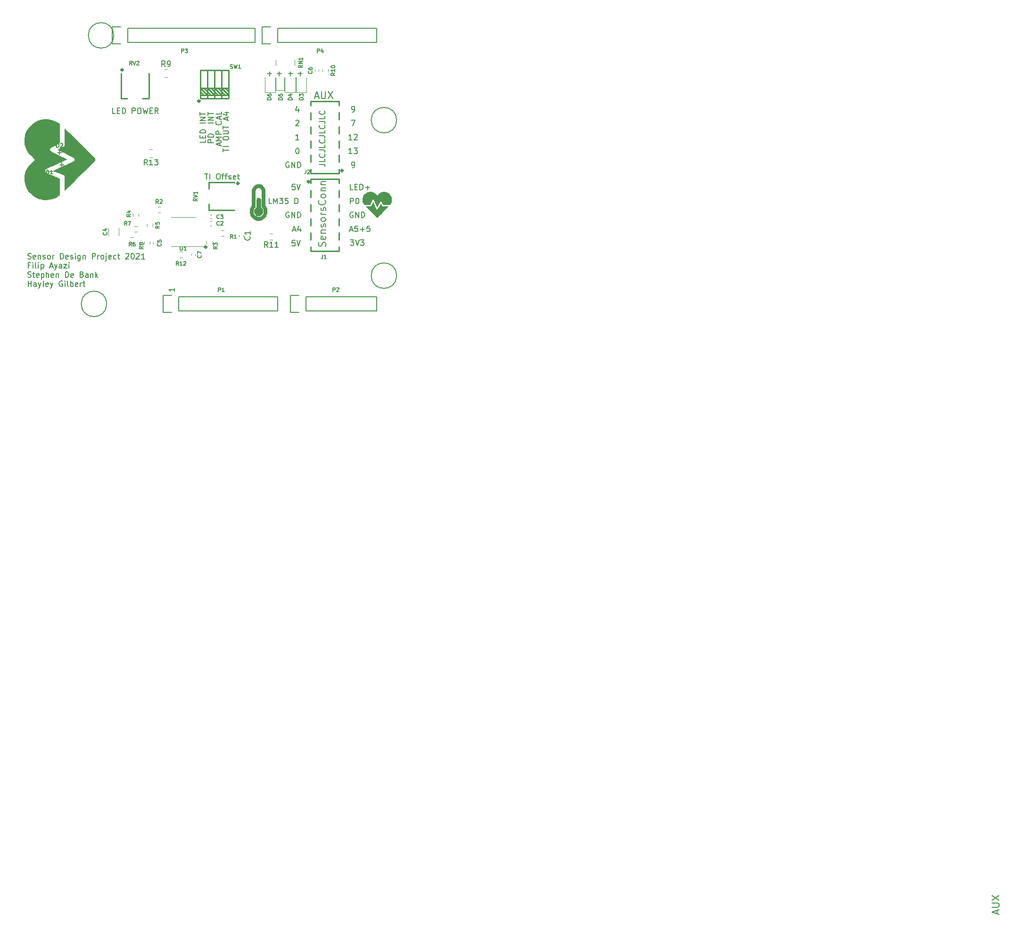
<source format=gbr>
G04 #@! TF.GenerationSoftware,KiCad,Pcbnew,5.1.5+dfsg1-2build2*
G04 #@! TF.CreationDate,2021-11-30T21:55:48+00:00*
G04 #@! TF.ProjectId,shield,73686965-6c64-42e6-9b69-6361645f7063,rev?*
G04 #@! TF.SameCoordinates,Original*
G04 #@! TF.FileFunction,Legend,Top*
G04 #@! TF.FilePolarity,Positive*
%FSLAX46Y46*%
G04 Gerber Fmt 4.6, Leading zero omitted, Abs format (unit mm)*
G04 Created by KiCad (PCBNEW 5.1.5+dfsg1-2build2) date 2021-11-30 21:55:48*
%MOMM*%
%LPD*%
G04 APERTURE LIST*
%ADD10C,0.150000*%
%ADD11C,0.400000*%
%ADD12C,0.010000*%
%ADD13C,0.120000*%
%ADD14C,0.254000*%
%ADD15C,0.250000*%
G04 APERTURE END LIST*
D10*
X37152380Y29880953D02*
X37152380Y30452381D01*
X38152380Y30166667D02*
X37152380Y30166667D01*
X38152380Y30785715D02*
X37152380Y30785715D01*
X37152380Y32214286D02*
X37152380Y32404762D01*
X37200000Y32500000D01*
X37295238Y32595239D01*
X37485714Y32642858D01*
X37819047Y32642858D01*
X38009523Y32595239D01*
X38104761Y32500000D01*
X38152380Y32404762D01*
X38152380Y32214286D01*
X38104761Y32119048D01*
X38009523Y32023810D01*
X37819047Y31976191D01*
X37485714Y31976191D01*
X37295238Y32023810D01*
X37200000Y32119048D01*
X37152380Y32214286D01*
X37152380Y33071429D02*
X37961904Y33071429D01*
X38057142Y33119048D01*
X38104761Y33166667D01*
X38152380Y33261905D01*
X38152380Y33452381D01*
X38104761Y33547620D01*
X38057142Y33595239D01*
X37961904Y33642858D01*
X37152380Y33642858D01*
X37152380Y33976191D02*
X37152380Y34547620D01*
X38152380Y34261905D02*
X37152380Y34261905D01*
X37866666Y35595239D02*
X37866666Y36071429D01*
X38152380Y35500000D02*
X37152380Y35833334D01*
X38152380Y36166667D01*
X37485714Y36928572D02*
X38152380Y36928572D01*
X37104761Y36690477D02*
X37819047Y36452381D01*
X37819047Y37071429D01*
D11*
X32950000Y39000000D02*
G75*
G03X32950000Y39000000I-150000J0D01*
G01*
X19155000Y44605000D02*
G75*
G03X19155000Y44605000I-150000J0D01*
G01*
X39955000Y24205000D02*
G75*
G03X39955000Y24205000I-150000J0D01*
G01*
D10*
X33880952Y25947620D02*
X34452380Y25947620D01*
X34166666Y24947620D02*
X34166666Y25947620D01*
X34785714Y24947620D02*
X34785714Y25947620D01*
X36214285Y25947620D02*
X36404761Y25947620D01*
X36500000Y25900000D01*
X36595238Y25804762D01*
X36642857Y25614286D01*
X36642857Y25280953D01*
X36595238Y25090477D01*
X36500000Y24995239D01*
X36404761Y24947620D01*
X36214285Y24947620D01*
X36119047Y24995239D01*
X36023809Y25090477D01*
X35976190Y25280953D01*
X35976190Y25614286D01*
X36023809Y25804762D01*
X36119047Y25900000D01*
X36214285Y25947620D01*
X36928571Y25614286D02*
X37309523Y25614286D01*
X37071428Y24947620D02*
X37071428Y25804762D01*
X37119047Y25900000D01*
X37214285Y25947620D01*
X37309523Y25947620D01*
X37500000Y25614286D02*
X37880952Y25614286D01*
X37642857Y24947620D02*
X37642857Y25804762D01*
X37690476Y25900000D01*
X37785714Y25947620D01*
X37880952Y25947620D01*
X38166666Y24995239D02*
X38261904Y24947620D01*
X38452380Y24947620D01*
X38547619Y24995239D01*
X38595238Y25090477D01*
X38595238Y25138096D01*
X38547619Y25233334D01*
X38452380Y25280953D01*
X38309523Y25280953D01*
X38214285Y25328572D01*
X38166666Y25423810D01*
X38166666Y25471429D01*
X38214285Y25566667D01*
X38309523Y25614286D01*
X38452380Y25614286D01*
X38547619Y25566667D01*
X39404761Y24995239D02*
X39309523Y24947620D01*
X39119047Y24947620D01*
X39023809Y24995239D01*
X38976190Y25090477D01*
X38976190Y25471429D01*
X39023809Y25566667D01*
X39119047Y25614286D01*
X39309523Y25614286D01*
X39404761Y25566667D01*
X39452380Y25471429D01*
X39452380Y25376191D01*
X38976190Y25280953D01*
X39738095Y25614286D02*
X40119047Y25614286D01*
X39880952Y25947620D02*
X39880952Y25090477D01*
X39928571Y24995239D01*
X40023809Y24947620D01*
X40119047Y24947620D01*
X17828571Y36747620D02*
X17352380Y36747620D01*
X17352380Y37747620D01*
X18161904Y37271429D02*
X18495238Y37271429D01*
X18638095Y36747620D02*
X18161904Y36747620D01*
X18161904Y37747620D01*
X18638095Y37747620D01*
X19066666Y36747620D02*
X19066666Y37747620D01*
X19304761Y37747620D01*
X19447619Y37700000D01*
X19542857Y37604762D01*
X19590476Y37509524D01*
X19638095Y37319048D01*
X19638095Y37176191D01*
X19590476Y36985715D01*
X19542857Y36890477D01*
X19447619Y36795239D01*
X19304761Y36747620D01*
X19066666Y36747620D01*
X20828571Y36747620D02*
X20828571Y37747620D01*
X21209523Y37747620D01*
X21304761Y37700000D01*
X21352380Y37652381D01*
X21400000Y37557143D01*
X21400000Y37414286D01*
X21352380Y37319048D01*
X21304761Y37271429D01*
X21209523Y37223810D01*
X20828571Y37223810D01*
X22019047Y37747620D02*
X22209523Y37747620D01*
X22304761Y37700000D01*
X22400000Y37604762D01*
X22447619Y37414286D01*
X22447619Y37080953D01*
X22400000Y36890477D01*
X22304761Y36795239D01*
X22209523Y36747620D01*
X22019047Y36747620D01*
X21923809Y36795239D01*
X21828571Y36890477D01*
X21780952Y37080953D01*
X21780952Y37414286D01*
X21828571Y37604762D01*
X21923809Y37700000D01*
X22019047Y37747620D01*
X22780952Y37747620D02*
X23019047Y36747620D01*
X23209523Y37461905D01*
X23400000Y36747620D01*
X23638095Y37747620D01*
X24019047Y37271429D02*
X24352380Y37271429D01*
X24495238Y36747620D02*
X24019047Y36747620D01*
X24019047Y37747620D01*
X24495238Y37747620D01*
X25495238Y36747620D02*
X25161904Y37223810D01*
X24923809Y36747620D02*
X24923809Y37747620D01*
X25304761Y37747620D01*
X25400000Y37700000D01*
X25447619Y37652381D01*
X25495238Y37557143D01*
X25495238Y37414286D01*
X25447619Y37319048D01*
X25400000Y37271429D01*
X25304761Y37223810D01*
X24923809Y37223810D01*
X2087976Y10670239D02*
X2230833Y10622620D01*
X2468928Y10622620D01*
X2564166Y10670239D01*
X2611785Y10717858D01*
X2659404Y10813096D01*
X2659404Y10908334D01*
X2611785Y11003572D01*
X2564166Y11051191D01*
X2468928Y11098810D01*
X2278452Y11146429D01*
X2183214Y11194048D01*
X2135595Y11241667D01*
X2087976Y11336905D01*
X2087976Y11432143D01*
X2135595Y11527381D01*
X2183214Y11575000D01*
X2278452Y11622620D01*
X2516547Y11622620D01*
X2659404Y11575000D01*
X3468928Y10670239D02*
X3373690Y10622620D01*
X3183214Y10622620D01*
X3087976Y10670239D01*
X3040357Y10765477D01*
X3040357Y11146429D01*
X3087976Y11241667D01*
X3183214Y11289286D01*
X3373690Y11289286D01*
X3468928Y11241667D01*
X3516547Y11146429D01*
X3516547Y11051191D01*
X3040357Y10955953D01*
X3945119Y11289286D02*
X3945119Y10622620D01*
X3945119Y11194048D02*
X3992738Y11241667D01*
X4087976Y11289286D01*
X4230833Y11289286D01*
X4326071Y11241667D01*
X4373690Y11146429D01*
X4373690Y10622620D01*
X4802261Y10670239D02*
X4897500Y10622620D01*
X5087976Y10622620D01*
X5183214Y10670239D01*
X5230833Y10765477D01*
X5230833Y10813096D01*
X5183214Y10908334D01*
X5087976Y10955953D01*
X4945119Y10955953D01*
X4849880Y11003572D01*
X4802261Y11098810D01*
X4802261Y11146429D01*
X4849880Y11241667D01*
X4945119Y11289286D01*
X5087976Y11289286D01*
X5183214Y11241667D01*
X5802261Y10622620D02*
X5707023Y10670239D01*
X5659404Y10717858D01*
X5611785Y10813096D01*
X5611785Y11098810D01*
X5659404Y11194048D01*
X5707023Y11241667D01*
X5802261Y11289286D01*
X5945119Y11289286D01*
X6040357Y11241667D01*
X6087976Y11194048D01*
X6135595Y11098810D01*
X6135595Y10813096D01*
X6087976Y10717858D01*
X6040357Y10670239D01*
X5945119Y10622620D01*
X5802261Y10622620D01*
X6564166Y10622620D02*
X6564166Y11289286D01*
X6564166Y11098810D02*
X6611785Y11194048D01*
X6659404Y11241667D01*
X6754642Y11289286D01*
X6849880Y11289286D01*
X7945119Y10622620D02*
X7945119Y11622620D01*
X8183214Y11622620D01*
X8326071Y11575000D01*
X8421309Y11479762D01*
X8468928Y11384524D01*
X8516547Y11194048D01*
X8516547Y11051191D01*
X8468928Y10860715D01*
X8421309Y10765477D01*
X8326071Y10670239D01*
X8183214Y10622620D01*
X7945119Y10622620D01*
X9326071Y10670239D02*
X9230833Y10622620D01*
X9040357Y10622620D01*
X8945119Y10670239D01*
X8897500Y10765477D01*
X8897500Y11146429D01*
X8945119Y11241667D01*
X9040357Y11289286D01*
X9230833Y11289286D01*
X9326071Y11241667D01*
X9373690Y11146429D01*
X9373690Y11051191D01*
X8897500Y10955953D01*
X9754642Y10670239D02*
X9849880Y10622620D01*
X10040357Y10622620D01*
X10135595Y10670239D01*
X10183214Y10765477D01*
X10183214Y10813096D01*
X10135595Y10908334D01*
X10040357Y10955953D01*
X9897500Y10955953D01*
X9802261Y11003572D01*
X9754642Y11098810D01*
X9754642Y11146429D01*
X9802261Y11241667D01*
X9897500Y11289286D01*
X10040357Y11289286D01*
X10135595Y11241667D01*
X10611785Y10622620D02*
X10611785Y11289286D01*
X10611785Y11622620D02*
X10564166Y11575000D01*
X10611785Y11527381D01*
X10659404Y11575000D01*
X10611785Y11622620D01*
X10611785Y11527381D01*
X11516547Y11289286D02*
X11516547Y10479762D01*
X11468928Y10384524D01*
X11421309Y10336905D01*
X11326071Y10289286D01*
X11183214Y10289286D01*
X11087976Y10336905D01*
X11516547Y10670239D02*
X11421309Y10622620D01*
X11230833Y10622620D01*
X11135595Y10670239D01*
X11087976Y10717858D01*
X11040357Y10813096D01*
X11040357Y11098810D01*
X11087976Y11194048D01*
X11135595Y11241667D01*
X11230833Y11289286D01*
X11421309Y11289286D01*
X11516547Y11241667D01*
X11992738Y11289286D02*
X11992738Y10622620D01*
X11992738Y11194048D02*
X12040357Y11241667D01*
X12135595Y11289286D01*
X12278452Y11289286D01*
X12373690Y11241667D01*
X12421309Y11146429D01*
X12421309Y10622620D01*
X13659404Y10622620D02*
X13659404Y11622620D01*
X14040357Y11622620D01*
X14135595Y11575000D01*
X14183214Y11527381D01*
X14230833Y11432143D01*
X14230833Y11289286D01*
X14183214Y11194048D01*
X14135595Y11146429D01*
X14040357Y11098810D01*
X13659404Y11098810D01*
X14659404Y10622620D02*
X14659404Y11289286D01*
X14659404Y11098810D02*
X14707023Y11194048D01*
X14754642Y11241667D01*
X14849880Y11289286D01*
X14945119Y11289286D01*
X15421309Y10622620D02*
X15326071Y10670239D01*
X15278452Y10717858D01*
X15230833Y10813096D01*
X15230833Y11098810D01*
X15278452Y11194048D01*
X15326071Y11241667D01*
X15421309Y11289286D01*
X15564166Y11289286D01*
X15659404Y11241667D01*
X15707023Y11194048D01*
X15754642Y11098810D01*
X15754642Y10813096D01*
X15707023Y10717858D01*
X15659404Y10670239D01*
X15564166Y10622620D01*
X15421309Y10622620D01*
X16183214Y11289286D02*
X16183214Y10432143D01*
X16135595Y10336905D01*
X16040357Y10289286D01*
X15992738Y10289286D01*
X16183214Y11622620D02*
X16135595Y11575000D01*
X16183214Y11527381D01*
X16230833Y11575000D01*
X16183214Y11622620D01*
X16183214Y11527381D01*
X17040357Y10670239D02*
X16945119Y10622620D01*
X16754642Y10622620D01*
X16659404Y10670239D01*
X16611785Y10765477D01*
X16611785Y11146429D01*
X16659404Y11241667D01*
X16754642Y11289286D01*
X16945119Y11289286D01*
X17040357Y11241667D01*
X17087976Y11146429D01*
X17087976Y11051191D01*
X16611785Y10955953D01*
X17945119Y10670239D02*
X17849880Y10622620D01*
X17659404Y10622620D01*
X17564166Y10670239D01*
X17516547Y10717858D01*
X17468928Y10813096D01*
X17468928Y11098810D01*
X17516547Y11194048D01*
X17564166Y11241667D01*
X17659404Y11289286D01*
X17849880Y11289286D01*
X17945119Y11241667D01*
X18230833Y11289286D02*
X18611785Y11289286D01*
X18373690Y11622620D02*
X18373690Y10765477D01*
X18421309Y10670239D01*
X18516547Y10622620D01*
X18611785Y10622620D01*
X19659404Y11527381D02*
X19707023Y11575000D01*
X19802261Y11622620D01*
X20040357Y11622620D01*
X20135595Y11575000D01*
X20183214Y11527381D01*
X20230833Y11432143D01*
X20230833Y11336905D01*
X20183214Y11194048D01*
X19611785Y10622620D01*
X20230833Y10622620D01*
X20849880Y11622620D02*
X20945119Y11622620D01*
X21040357Y11575000D01*
X21087976Y11527381D01*
X21135595Y11432143D01*
X21183214Y11241667D01*
X21183214Y11003572D01*
X21135595Y10813096D01*
X21087976Y10717858D01*
X21040357Y10670239D01*
X20945119Y10622620D01*
X20849880Y10622620D01*
X20754642Y10670239D01*
X20707023Y10717858D01*
X20659404Y10813096D01*
X20611785Y11003572D01*
X20611785Y11241667D01*
X20659404Y11432143D01*
X20707023Y11527381D01*
X20754642Y11575000D01*
X20849880Y11622620D01*
X21564166Y11527381D02*
X21611785Y11575000D01*
X21707023Y11622620D01*
X21945119Y11622620D01*
X22040357Y11575000D01*
X22087976Y11527381D01*
X22135595Y11432143D01*
X22135595Y11336905D01*
X22087976Y11194048D01*
X21516547Y10622620D01*
X22135595Y10622620D01*
X23087976Y10622620D02*
X22516547Y10622620D01*
X22802261Y10622620D02*
X22802261Y11622620D01*
X22707023Y11479762D01*
X22611785Y11384524D01*
X22516547Y11336905D01*
X2468928Y9496429D02*
X2135595Y9496429D01*
X2135595Y8972620D02*
X2135595Y9972620D01*
X2611785Y9972620D01*
X2992738Y8972620D02*
X2992738Y9639286D01*
X2992738Y9972620D02*
X2945119Y9925000D01*
X2992738Y9877381D01*
X3040357Y9925000D01*
X2992738Y9972620D01*
X2992738Y9877381D01*
X3611785Y8972620D02*
X3516547Y9020239D01*
X3468928Y9115477D01*
X3468928Y9972620D01*
X3992738Y8972620D02*
X3992738Y9639286D01*
X3992738Y9972620D02*
X3945119Y9925000D01*
X3992738Y9877381D01*
X4040357Y9925000D01*
X3992738Y9972620D01*
X3992738Y9877381D01*
X4468928Y9639286D02*
X4468928Y8639286D01*
X4468928Y9591667D02*
X4564166Y9639286D01*
X4754642Y9639286D01*
X4849880Y9591667D01*
X4897500Y9544048D01*
X4945119Y9448810D01*
X4945119Y9163096D01*
X4897500Y9067858D01*
X4849880Y9020239D01*
X4754642Y8972620D01*
X4564166Y8972620D01*
X4468928Y9020239D01*
X6087976Y9258334D02*
X6564166Y9258334D01*
X5992738Y8972620D02*
X6326071Y9972620D01*
X6659404Y8972620D01*
X6897500Y9639286D02*
X7135595Y8972620D01*
X7373690Y9639286D02*
X7135595Y8972620D01*
X7040357Y8734524D01*
X6992738Y8686905D01*
X6897500Y8639286D01*
X8183214Y8972620D02*
X8183214Y9496429D01*
X8135595Y9591667D01*
X8040357Y9639286D01*
X7849880Y9639286D01*
X7754642Y9591667D01*
X8183214Y9020239D02*
X8087976Y8972620D01*
X7849880Y8972620D01*
X7754642Y9020239D01*
X7707023Y9115477D01*
X7707023Y9210715D01*
X7754642Y9305953D01*
X7849880Y9353572D01*
X8087976Y9353572D01*
X8183214Y9401191D01*
X8564166Y9639286D02*
X9087976Y9639286D01*
X8564166Y8972620D01*
X9087976Y8972620D01*
X9468928Y8972620D02*
X9468928Y9639286D01*
X9468928Y9972620D02*
X9421309Y9925000D01*
X9468928Y9877381D01*
X9516547Y9925000D01*
X9468928Y9972620D01*
X9468928Y9877381D01*
X2087976Y7370239D02*
X2230833Y7322620D01*
X2468928Y7322620D01*
X2564166Y7370239D01*
X2611785Y7417858D01*
X2659404Y7513096D01*
X2659404Y7608334D01*
X2611785Y7703572D01*
X2564166Y7751191D01*
X2468928Y7798810D01*
X2278452Y7846429D01*
X2183214Y7894048D01*
X2135595Y7941667D01*
X2087976Y8036905D01*
X2087976Y8132143D01*
X2135595Y8227381D01*
X2183214Y8275000D01*
X2278452Y8322620D01*
X2516547Y8322620D01*
X2659404Y8275000D01*
X2945119Y7989286D02*
X3326071Y7989286D01*
X3087976Y8322620D02*
X3087976Y7465477D01*
X3135595Y7370239D01*
X3230833Y7322620D01*
X3326071Y7322620D01*
X4040357Y7370239D02*
X3945119Y7322620D01*
X3754642Y7322620D01*
X3659404Y7370239D01*
X3611785Y7465477D01*
X3611785Y7846429D01*
X3659404Y7941667D01*
X3754642Y7989286D01*
X3945119Y7989286D01*
X4040357Y7941667D01*
X4087976Y7846429D01*
X4087976Y7751191D01*
X3611785Y7655953D01*
X4516547Y7989286D02*
X4516547Y6989286D01*
X4516547Y7941667D02*
X4611785Y7989286D01*
X4802261Y7989286D01*
X4897500Y7941667D01*
X4945119Y7894048D01*
X4992738Y7798810D01*
X4992738Y7513096D01*
X4945119Y7417858D01*
X4897500Y7370239D01*
X4802261Y7322620D01*
X4611785Y7322620D01*
X4516547Y7370239D01*
X5421309Y7322620D02*
X5421309Y8322620D01*
X5849880Y7322620D02*
X5849880Y7846429D01*
X5802261Y7941667D01*
X5707023Y7989286D01*
X5564166Y7989286D01*
X5468928Y7941667D01*
X5421309Y7894048D01*
X6707023Y7370239D02*
X6611785Y7322620D01*
X6421309Y7322620D01*
X6326071Y7370239D01*
X6278452Y7465477D01*
X6278452Y7846429D01*
X6326071Y7941667D01*
X6421309Y7989286D01*
X6611785Y7989286D01*
X6707023Y7941667D01*
X6754642Y7846429D01*
X6754642Y7751191D01*
X6278452Y7655953D01*
X7183214Y7989286D02*
X7183214Y7322620D01*
X7183214Y7894048D02*
X7230833Y7941667D01*
X7326071Y7989286D01*
X7468928Y7989286D01*
X7564166Y7941667D01*
X7611785Y7846429D01*
X7611785Y7322620D01*
X8849880Y7322620D02*
X8849880Y8322620D01*
X9087976Y8322620D01*
X9230833Y8275000D01*
X9326071Y8179762D01*
X9373690Y8084524D01*
X9421309Y7894048D01*
X9421309Y7751191D01*
X9373690Y7560715D01*
X9326071Y7465477D01*
X9230833Y7370239D01*
X9087976Y7322620D01*
X8849880Y7322620D01*
X10230833Y7370239D02*
X10135595Y7322620D01*
X9945119Y7322620D01*
X9849880Y7370239D01*
X9802261Y7465477D01*
X9802261Y7846429D01*
X9849880Y7941667D01*
X9945119Y7989286D01*
X10135595Y7989286D01*
X10230833Y7941667D01*
X10278452Y7846429D01*
X10278452Y7751191D01*
X9802261Y7655953D01*
X11802261Y7846429D02*
X11945119Y7798810D01*
X11992738Y7751191D01*
X12040357Y7655953D01*
X12040357Y7513096D01*
X11992738Y7417858D01*
X11945119Y7370239D01*
X11849880Y7322620D01*
X11468928Y7322620D01*
X11468928Y8322620D01*
X11802261Y8322620D01*
X11897500Y8275000D01*
X11945119Y8227381D01*
X11992738Y8132143D01*
X11992738Y8036905D01*
X11945119Y7941667D01*
X11897500Y7894048D01*
X11802261Y7846429D01*
X11468928Y7846429D01*
X12897500Y7322620D02*
X12897500Y7846429D01*
X12849880Y7941667D01*
X12754642Y7989286D01*
X12564166Y7989286D01*
X12468928Y7941667D01*
X12897500Y7370239D02*
X12802261Y7322620D01*
X12564166Y7322620D01*
X12468928Y7370239D01*
X12421309Y7465477D01*
X12421309Y7560715D01*
X12468928Y7655953D01*
X12564166Y7703572D01*
X12802261Y7703572D01*
X12897500Y7751191D01*
X13373690Y7989286D02*
X13373690Y7322620D01*
X13373690Y7894048D02*
X13421309Y7941667D01*
X13516547Y7989286D01*
X13659404Y7989286D01*
X13754642Y7941667D01*
X13802261Y7846429D01*
X13802261Y7322620D01*
X14278452Y7322620D02*
X14278452Y8322620D01*
X14373690Y7703572D02*
X14659404Y7322620D01*
X14659404Y7989286D02*
X14278452Y7608334D01*
X2135595Y5672620D02*
X2135595Y6672620D01*
X2135595Y6196429D02*
X2707023Y6196429D01*
X2707023Y5672620D02*
X2707023Y6672620D01*
X3611785Y5672620D02*
X3611785Y6196429D01*
X3564166Y6291667D01*
X3468928Y6339286D01*
X3278452Y6339286D01*
X3183214Y6291667D01*
X3611785Y5720239D02*
X3516547Y5672620D01*
X3278452Y5672620D01*
X3183214Y5720239D01*
X3135595Y5815477D01*
X3135595Y5910715D01*
X3183214Y6005953D01*
X3278452Y6053572D01*
X3516547Y6053572D01*
X3611785Y6101191D01*
X3992738Y6339286D02*
X4230833Y5672620D01*
X4468928Y6339286D02*
X4230833Y5672620D01*
X4135595Y5434524D01*
X4087976Y5386905D01*
X3992738Y5339286D01*
X4992738Y5672620D02*
X4897500Y5720239D01*
X4849880Y5815477D01*
X4849880Y6672620D01*
X5754642Y5720239D02*
X5659404Y5672620D01*
X5468928Y5672620D01*
X5373690Y5720239D01*
X5326071Y5815477D01*
X5326071Y6196429D01*
X5373690Y6291667D01*
X5468928Y6339286D01*
X5659404Y6339286D01*
X5754642Y6291667D01*
X5802261Y6196429D01*
X5802261Y6101191D01*
X5326071Y6005953D01*
X6135595Y6339286D02*
X6373690Y5672620D01*
X6611785Y6339286D02*
X6373690Y5672620D01*
X6278452Y5434524D01*
X6230833Y5386905D01*
X6135595Y5339286D01*
X8278452Y6625000D02*
X8183214Y6672620D01*
X8040357Y6672620D01*
X7897500Y6625000D01*
X7802261Y6529762D01*
X7754642Y6434524D01*
X7707023Y6244048D01*
X7707023Y6101191D01*
X7754642Y5910715D01*
X7802261Y5815477D01*
X7897500Y5720239D01*
X8040357Y5672620D01*
X8135595Y5672620D01*
X8278452Y5720239D01*
X8326071Y5767858D01*
X8326071Y6101191D01*
X8135595Y6101191D01*
X8754642Y5672620D02*
X8754642Y6339286D01*
X8754642Y6672620D02*
X8707023Y6625000D01*
X8754642Y6577381D01*
X8802261Y6625000D01*
X8754642Y6672620D01*
X8754642Y6577381D01*
X9373690Y5672620D02*
X9278452Y5720239D01*
X9230833Y5815477D01*
X9230833Y6672620D01*
X9754642Y5672620D02*
X9754642Y6672620D01*
X9754642Y6291667D02*
X9849880Y6339286D01*
X10040357Y6339286D01*
X10135595Y6291667D01*
X10183214Y6244048D01*
X10230833Y6148810D01*
X10230833Y5863096D01*
X10183214Y5767858D01*
X10135595Y5720239D01*
X10040357Y5672620D01*
X9849880Y5672620D01*
X9754642Y5720239D01*
X11040357Y5720239D02*
X10945119Y5672620D01*
X10754642Y5672620D01*
X10659404Y5720239D01*
X10611785Y5815477D01*
X10611785Y6196429D01*
X10659404Y6291667D01*
X10754642Y6339286D01*
X10945119Y6339286D01*
X11040357Y6291667D01*
X11087976Y6196429D01*
X11087976Y6101191D01*
X10611785Y6005953D01*
X11516547Y5672620D02*
X11516547Y6339286D01*
X11516547Y6148810D02*
X11564166Y6244048D01*
X11611785Y6291667D01*
X11707023Y6339286D01*
X11802261Y6339286D01*
X11992738Y6339286D02*
X12373690Y6339286D01*
X12135595Y6672620D02*
X12135595Y5815477D01*
X12183214Y5720239D01*
X12278452Y5672620D01*
X12373690Y5672620D01*
X36566666Y30976191D02*
X36566666Y31452381D01*
X36852380Y30880953D02*
X35852380Y31214286D01*
X36852380Y31547620D01*
X36852380Y31880953D02*
X35852380Y31880953D01*
X36566666Y32214286D01*
X35852380Y32547620D01*
X36852380Y32547620D01*
X36852380Y33023810D02*
X35852380Y33023810D01*
X35852380Y33404762D01*
X35900000Y33500000D01*
X35947619Y33547620D01*
X36042857Y33595239D01*
X36185714Y33595239D01*
X36280952Y33547620D01*
X36328571Y33500000D01*
X36376190Y33404762D01*
X36376190Y33023810D01*
X36757142Y35357143D02*
X36804761Y35309524D01*
X36852380Y35166667D01*
X36852380Y35071429D01*
X36804761Y34928572D01*
X36709523Y34833334D01*
X36614285Y34785715D01*
X36423809Y34738096D01*
X36280952Y34738096D01*
X36090476Y34785715D01*
X35995238Y34833334D01*
X35900000Y34928572D01*
X35852380Y35071429D01*
X35852380Y35166667D01*
X35900000Y35309524D01*
X35947619Y35357143D01*
X36566666Y35738096D02*
X36566666Y36214286D01*
X36852380Y35642858D02*
X35852380Y35976191D01*
X36852380Y36309524D01*
X36852380Y37119048D02*
X36852380Y36642858D01*
X35852380Y36642858D01*
X35452380Y31533334D02*
X34452380Y31533334D01*
X34452380Y31914286D01*
X34500000Y32009524D01*
X34547619Y32057143D01*
X34642857Y32104762D01*
X34785714Y32104762D01*
X34880952Y32057143D01*
X34928571Y32009524D01*
X34976190Y31914286D01*
X34976190Y31533334D01*
X35452380Y32533334D02*
X34452380Y32533334D01*
X34452380Y32771429D01*
X34500000Y32914286D01*
X34595238Y33009524D01*
X34690476Y33057143D01*
X34880952Y33104762D01*
X35023809Y33104762D01*
X35214285Y33057143D01*
X35309523Y33009524D01*
X35404761Y32914286D01*
X35452380Y32771429D01*
X35452380Y32533334D01*
X35452380Y35057143D02*
X34452380Y35057143D01*
X35452380Y35533334D02*
X34452380Y35533334D01*
X35452380Y36104762D01*
X34452380Y36104762D01*
X34452380Y36438096D02*
X34452380Y37009524D01*
X35452380Y36723810D02*
X34452380Y36723810D01*
X34027380Y32033334D02*
X34027380Y31557143D01*
X33027380Y31557143D01*
X33503571Y32366667D02*
X33503571Y32700000D01*
X34027380Y32842858D02*
X34027380Y32366667D01*
X33027380Y32366667D01*
X33027380Y32842858D01*
X34027380Y33271429D02*
X33027380Y33271429D01*
X33027380Y33509524D01*
X33075000Y33652381D01*
X33170238Y33747620D01*
X33265476Y33795239D01*
X33455952Y33842858D01*
X33598809Y33842858D01*
X33789285Y33795239D01*
X33884523Y33747620D01*
X33979761Y33652381D01*
X34027380Y33509524D01*
X34027380Y33271429D01*
X34027380Y35033334D02*
X33027380Y35033334D01*
X34027380Y35509524D02*
X33027380Y35509524D01*
X34027380Y36080953D01*
X33027380Y36080953D01*
X33027380Y36414286D02*
X33027380Y36985715D01*
X34027380Y36700000D02*
X33027380Y36700000D01*
D11*
X58650000Y26500000D02*
G75*
G03X58650000Y26500000I-150000J0D01*
G01*
X52650000Y24500000D02*
G75*
G03X52650000Y24500000I-150000J0D01*
G01*
X34150000Y12750000D02*
G75*
G03X34150000Y12750000I-150000J0D01*
G01*
D10*
X54452380Y27630953D02*
X55166666Y27630953D01*
X55309523Y27583334D01*
X55404761Y27488096D01*
X55452380Y27345239D01*
X55452380Y27250000D01*
X55452380Y28583334D02*
X55452380Y28107143D01*
X54452380Y28107143D01*
X55357142Y29488096D02*
X55404761Y29440477D01*
X55452380Y29297620D01*
X55452380Y29202381D01*
X55404761Y29059524D01*
X55309523Y28964286D01*
X55214285Y28916667D01*
X55023809Y28869048D01*
X54880952Y28869048D01*
X54690476Y28916667D01*
X54595238Y28964286D01*
X54500000Y29059524D01*
X54452380Y29202381D01*
X54452380Y29297620D01*
X54500000Y29440477D01*
X54547619Y29488096D01*
X54452380Y30202381D02*
X55166666Y30202381D01*
X55309523Y30154762D01*
X55404761Y30059524D01*
X55452380Y29916667D01*
X55452380Y29821429D01*
X55452380Y31154762D02*
X55452380Y30678572D01*
X54452380Y30678572D01*
X55357142Y32059524D02*
X55404761Y32011905D01*
X55452380Y31869048D01*
X55452380Y31773810D01*
X55404761Y31630953D01*
X55309523Y31535715D01*
X55214285Y31488096D01*
X55023809Y31440477D01*
X54880952Y31440477D01*
X54690476Y31488096D01*
X54595238Y31535715D01*
X54500000Y31630953D01*
X54452380Y31773810D01*
X54452380Y31869048D01*
X54500000Y32011905D01*
X54547619Y32059524D01*
X54452380Y32773810D02*
X55166666Y32773810D01*
X55309523Y32726191D01*
X55404761Y32630953D01*
X55452380Y32488096D01*
X55452380Y32392858D01*
X55452380Y33726191D02*
X55452380Y33250000D01*
X54452380Y33250000D01*
X55357142Y34630953D02*
X55404761Y34583334D01*
X55452380Y34440477D01*
X55452380Y34345239D01*
X55404761Y34202381D01*
X55309523Y34107143D01*
X55214285Y34059524D01*
X55023809Y34011905D01*
X54880952Y34011905D01*
X54690476Y34059524D01*
X54595238Y34107143D01*
X54500000Y34202381D01*
X54452380Y34345239D01*
X54452380Y34440477D01*
X54500000Y34583334D01*
X54547619Y34630953D01*
X54452380Y35345239D02*
X55166666Y35345239D01*
X55309523Y35297620D01*
X55404761Y35202381D01*
X55452380Y35059524D01*
X55452380Y34964286D01*
X55452380Y36297620D02*
X55452380Y35821429D01*
X54452380Y35821429D01*
X55357142Y37202381D02*
X55404761Y37154762D01*
X55452380Y37011905D01*
X55452380Y36916667D01*
X55404761Y36773810D01*
X55309523Y36678572D01*
X55214285Y36630953D01*
X55023809Y36583334D01*
X54880952Y36583334D01*
X54690476Y36630953D01*
X54595238Y36678572D01*
X54500000Y36773810D01*
X54452380Y36916667D01*
X54452380Y37011905D01*
X54500000Y37154762D01*
X54547619Y37202381D01*
X7819047Y27528572D02*
X8580952Y27528572D01*
X8200000Y27147620D02*
X8200000Y27909524D01*
X7419047Y29728572D02*
X8180952Y29728572D01*
X7800000Y29347620D02*
X7800000Y30109524D01*
X50619047Y43928572D02*
X51380952Y43928572D01*
X51000000Y43547620D02*
X51000000Y44309524D01*
X48869047Y43928572D02*
X49630952Y43928572D01*
X49250000Y43547620D02*
X49250000Y44309524D01*
X46869047Y43928572D02*
X47630952Y43928572D01*
X47250000Y43547620D02*
X47250000Y44309524D01*
X45119047Y43928572D02*
X45880952Y43928572D01*
X45500000Y43547620D02*
X45500000Y44309524D01*
X48988095Y28000000D02*
X48892857Y28047620D01*
X48750000Y28047620D01*
X48607142Y28000000D01*
X48511904Y27904762D01*
X48464285Y27809524D01*
X48416666Y27619048D01*
X48416666Y27476191D01*
X48464285Y27285715D01*
X48511904Y27190477D01*
X48607142Y27095239D01*
X48750000Y27047620D01*
X48845238Y27047620D01*
X48988095Y27095239D01*
X49035714Y27142858D01*
X49035714Y27476191D01*
X48845238Y27476191D01*
X49464285Y27047620D02*
X49464285Y28047620D01*
X50035714Y27047620D01*
X50035714Y28047620D01*
X50511904Y27047620D02*
X50511904Y28047620D01*
X50750000Y28047620D01*
X50892857Y28000000D01*
X50988095Y27904762D01*
X51035714Y27809524D01*
X51083333Y27619048D01*
X51083333Y27476191D01*
X51035714Y27285715D01*
X50988095Y27190477D01*
X50892857Y27095239D01*
X50750000Y27047620D01*
X50511904Y27047620D01*
X50452380Y30547620D02*
X50547619Y30547620D01*
X50642857Y30500000D01*
X50690476Y30452381D01*
X50738095Y30357143D01*
X50785714Y30166667D01*
X50785714Y29928572D01*
X50738095Y29738096D01*
X50690476Y29642858D01*
X50642857Y29595239D01*
X50547619Y29547620D01*
X50452380Y29547620D01*
X50357142Y29595239D01*
X50309523Y29642858D01*
X50261904Y29738096D01*
X50214285Y29928572D01*
X50214285Y30166667D01*
X50261904Y30357143D01*
X50309523Y30452381D01*
X50357142Y30500000D01*
X50452380Y30547620D01*
X50785714Y32047620D02*
X50214285Y32047620D01*
X50500000Y32047620D02*
X50500000Y33047620D01*
X50404761Y32904762D01*
X50309523Y32809524D01*
X50214285Y32761905D01*
X50214285Y35452381D02*
X50261904Y35500000D01*
X50357142Y35547620D01*
X50595238Y35547620D01*
X50690476Y35500000D01*
X50738095Y35452381D01*
X50785714Y35357143D01*
X50785714Y35261905D01*
X50738095Y35119048D01*
X50166666Y34547620D01*
X50785714Y34547620D01*
X50690476Y37714286D02*
X50690476Y37047620D01*
X50452380Y38095239D02*
X50214285Y37380953D01*
X50833333Y37380953D01*
X60309523Y37047620D02*
X60500000Y37047620D01*
X60595238Y37095239D01*
X60642857Y37142858D01*
X60738095Y37285715D01*
X60785714Y37476191D01*
X60785714Y37857143D01*
X60738095Y37952381D01*
X60690476Y38000000D01*
X60595238Y38047620D01*
X60404761Y38047620D01*
X60309523Y38000000D01*
X60261904Y37952381D01*
X60214285Y37857143D01*
X60214285Y37619048D01*
X60261904Y37523810D01*
X60309523Y37476191D01*
X60404761Y37428572D01*
X60595238Y37428572D01*
X60690476Y37476191D01*
X60738095Y37523810D01*
X60785714Y37619048D01*
X60166666Y35547620D02*
X60833333Y35547620D01*
X60404761Y34547620D01*
X60309523Y32047620D02*
X59738095Y32047620D01*
X60023809Y32047620D02*
X60023809Y33047620D01*
X59928571Y32904762D01*
X59833333Y32809524D01*
X59738095Y32761905D01*
X60690476Y32952381D02*
X60738095Y33000000D01*
X60833333Y33047620D01*
X61071428Y33047620D01*
X61166666Y33000000D01*
X61214285Y32952381D01*
X61261904Y32857143D01*
X61261904Y32761905D01*
X61214285Y32619048D01*
X60642857Y32047620D01*
X61261904Y32047620D01*
X60309523Y29547620D02*
X59738095Y29547620D01*
X60023809Y29547620D02*
X60023809Y30547620D01*
X59928571Y30404762D01*
X59833333Y30309524D01*
X59738095Y30261905D01*
X60642857Y30547620D02*
X61261904Y30547620D01*
X60928571Y30166667D01*
X61071428Y30166667D01*
X61166666Y30119048D01*
X61214285Y30071429D01*
X61261904Y29976191D01*
X61261904Y29738096D01*
X61214285Y29642858D01*
X61166666Y29595239D01*
X61071428Y29547620D01*
X60785714Y29547620D01*
X60690476Y29595239D01*
X60642857Y29642858D01*
X60309523Y27047620D02*
X60500000Y27047620D01*
X60595238Y27095239D01*
X60642857Y27142858D01*
X60738095Y27285715D01*
X60785714Y27476191D01*
X60785714Y27857143D01*
X60738095Y27952381D01*
X60690476Y28000000D01*
X60595238Y28047620D01*
X60404761Y28047620D01*
X60309523Y28000000D01*
X60261904Y27952381D01*
X60214285Y27857143D01*
X60214285Y27619048D01*
X60261904Y27523810D01*
X60309523Y27476191D01*
X60404761Y27428572D01*
X60595238Y27428572D01*
X60690476Y27476191D01*
X60738095Y27523810D01*
X60785714Y27619048D01*
X60011904Y14047620D02*
X60630952Y14047620D01*
X60297619Y13666667D01*
X60440476Y13666667D01*
X60535714Y13619048D01*
X60583333Y13571429D01*
X60630952Y13476191D01*
X60630952Y13238096D01*
X60583333Y13142858D01*
X60535714Y13095239D01*
X60440476Y13047620D01*
X60154761Y13047620D01*
X60059523Y13095239D01*
X60011904Y13142858D01*
X60916666Y14047620D02*
X61250000Y13047620D01*
X61583333Y14047620D01*
X61821428Y14047620D02*
X62440476Y14047620D01*
X62107142Y13666667D01*
X62250000Y13666667D01*
X62345238Y13619048D01*
X62392857Y13571429D01*
X62440476Y13476191D01*
X62440476Y13238096D01*
X62392857Y13142858D01*
X62345238Y13095239D01*
X62250000Y13047620D01*
X61964285Y13047620D01*
X61869047Y13095239D01*
X61821428Y13142858D01*
X59940476Y15833334D02*
X60416666Y15833334D01*
X59845238Y15547620D02*
X60178571Y16547620D01*
X60511904Y15547620D01*
X61321428Y16547620D02*
X60845238Y16547620D01*
X60797619Y16071429D01*
X60845238Y16119048D01*
X60940476Y16166667D01*
X61178571Y16166667D01*
X61273809Y16119048D01*
X61321428Y16071429D01*
X61369047Y15976191D01*
X61369047Y15738096D01*
X61321428Y15642858D01*
X61273809Y15595239D01*
X61178571Y15547620D01*
X60940476Y15547620D01*
X60845238Y15595239D01*
X60797619Y15642858D01*
X61797619Y15928572D02*
X62559523Y15928572D01*
X62178571Y15547620D02*
X62178571Y16309524D01*
X63511904Y16547620D02*
X63035714Y16547620D01*
X62988095Y16071429D01*
X63035714Y16119048D01*
X63130952Y16166667D01*
X63369047Y16166667D01*
X63464285Y16119048D01*
X63511904Y16071429D01*
X63559523Y15976191D01*
X63559523Y15738096D01*
X63511904Y15642858D01*
X63464285Y15595239D01*
X63369047Y15547620D01*
X63130952Y15547620D01*
X63035714Y15595239D01*
X62988095Y15642858D01*
X59988095Y20547620D02*
X59988095Y21547620D01*
X60369047Y21547620D01*
X60464285Y21500000D01*
X60511904Y21452381D01*
X60559523Y21357143D01*
X60559523Y21214286D01*
X60511904Y21119048D01*
X60464285Y21071429D01*
X60369047Y21023810D01*
X59988095Y21023810D01*
X60988095Y20547620D02*
X60988095Y21547620D01*
X61226190Y21547620D01*
X61369047Y21500000D01*
X61464285Y21404762D01*
X61511904Y21309524D01*
X61559523Y21119048D01*
X61559523Y20976191D01*
X61511904Y20785715D01*
X61464285Y20690477D01*
X61369047Y20595239D01*
X61226190Y20547620D01*
X60988095Y20547620D01*
X60488095Y23047620D02*
X60011904Y23047620D01*
X60011904Y24047620D01*
X60821428Y23571429D02*
X61154761Y23571429D01*
X61297619Y23047620D02*
X60821428Y23047620D01*
X60821428Y24047620D01*
X61297619Y24047620D01*
X61726190Y23047620D02*
X61726190Y24047620D01*
X61964285Y24047620D01*
X62107142Y24000000D01*
X62202380Y23904762D01*
X62250000Y23809524D01*
X62297619Y23619048D01*
X62297619Y23476191D01*
X62250000Y23285715D01*
X62202380Y23190477D01*
X62107142Y23095239D01*
X61964285Y23047620D01*
X61726190Y23047620D01*
X62726190Y23428572D02*
X63488095Y23428572D01*
X63107142Y23047620D02*
X63107142Y23809524D01*
X60488095Y19000000D02*
X60392857Y19047620D01*
X60250000Y19047620D01*
X60107142Y19000000D01*
X60011904Y18904762D01*
X59964285Y18809524D01*
X59916666Y18619048D01*
X59916666Y18476191D01*
X59964285Y18285715D01*
X60011904Y18190477D01*
X60107142Y18095239D01*
X60250000Y18047620D01*
X60345238Y18047620D01*
X60488095Y18095239D01*
X60535714Y18142858D01*
X60535714Y18476191D01*
X60345238Y18476191D01*
X60964285Y18047620D02*
X60964285Y19047620D01*
X61535714Y18047620D01*
X61535714Y19047620D01*
X62011904Y18047620D02*
X62011904Y19047620D01*
X62250000Y19047620D01*
X62392857Y19000000D01*
X62488095Y18904762D01*
X62535714Y18809524D01*
X62583333Y18619048D01*
X62583333Y18476191D01*
X62535714Y18285715D01*
X62488095Y18190477D01*
X62392857Y18095239D01*
X62250000Y18047620D01*
X62011904Y18047620D01*
X49685714Y15833334D02*
X50161904Y15833334D01*
X49590476Y15547620D02*
X49923809Y16547620D01*
X50257142Y15547620D01*
X51019047Y16214286D02*
X51019047Y15547620D01*
X50780952Y16595239D02*
X50542857Y15880953D01*
X51161904Y15880953D01*
X48988095Y19000000D02*
X48892857Y19047620D01*
X48750000Y19047620D01*
X48607142Y19000000D01*
X48511904Y18904762D01*
X48464285Y18809524D01*
X48416666Y18619048D01*
X48416666Y18476191D01*
X48464285Y18285715D01*
X48511904Y18190477D01*
X48607142Y18095239D01*
X48750000Y18047620D01*
X48845238Y18047620D01*
X48988095Y18095239D01*
X49035714Y18142858D01*
X49035714Y18476191D01*
X48845238Y18476191D01*
X49464285Y18047620D02*
X49464285Y19047620D01*
X50035714Y18047620D01*
X50035714Y19047620D01*
X50511904Y18047620D02*
X50511904Y19047620D01*
X50750000Y19047620D01*
X50892857Y19000000D01*
X50988095Y18904762D01*
X51035714Y18809524D01*
X51083333Y18619048D01*
X51083333Y18476191D01*
X51035714Y18285715D01*
X50988095Y18190477D01*
X50892857Y18095239D01*
X50750000Y18047620D01*
X50511904Y18047620D01*
X50059523Y13947620D02*
X49583333Y13947620D01*
X49535714Y13471429D01*
X49583333Y13519048D01*
X49678571Y13566667D01*
X49916666Y13566667D01*
X50011904Y13519048D01*
X50059523Y13471429D01*
X50107142Y13376191D01*
X50107142Y13138096D01*
X50059523Y13042858D01*
X50011904Y12995239D01*
X49916666Y12947620D01*
X49678571Y12947620D01*
X49583333Y12995239D01*
X49535714Y13042858D01*
X50392857Y13947620D02*
X50726190Y12947620D01*
X51059523Y13947620D01*
X50059523Y24047620D02*
X49583333Y24047620D01*
X49535714Y23571429D01*
X49583333Y23619048D01*
X49678571Y23666667D01*
X49916666Y23666667D01*
X50011904Y23619048D01*
X50059523Y23571429D01*
X50107142Y23476191D01*
X50107142Y23238096D01*
X50059523Y23142858D01*
X50011904Y23095239D01*
X49916666Y23047620D01*
X49678571Y23047620D01*
X49583333Y23095239D01*
X49535714Y23142858D01*
X50392857Y24047620D02*
X50726190Y23047620D01*
X51059523Y24047620D01*
X45904761Y20547620D02*
X45428571Y20547620D01*
X45428571Y21547620D01*
X46238095Y20547620D02*
X46238095Y21547620D01*
X46571428Y20833334D01*
X46904761Y21547620D01*
X46904761Y20547620D01*
X47285714Y21547620D02*
X47904761Y21547620D01*
X47571428Y21166667D01*
X47714285Y21166667D01*
X47809523Y21119048D01*
X47857142Y21071429D01*
X47904761Y20976191D01*
X47904761Y20738096D01*
X47857142Y20642858D01*
X47809523Y20595239D01*
X47714285Y20547620D01*
X47428571Y20547620D01*
X47333333Y20595239D01*
X47285714Y20642858D01*
X48809523Y21547620D02*
X48333333Y21547620D01*
X48285714Y21071429D01*
X48333333Y21119048D01*
X48428571Y21166667D01*
X48666666Y21166667D01*
X48761904Y21119048D01*
X48809523Y21071429D01*
X48857142Y20976191D01*
X48857142Y20738096D01*
X48809523Y20642858D01*
X48761904Y20595239D01*
X48666666Y20547620D01*
X48428571Y20547620D01*
X48333333Y20595239D01*
X48285714Y20642858D01*
X50047619Y20547620D02*
X50047619Y21547620D01*
X50285714Y21547620D01*
X50428571Y21500000D01*
X50523809Y21404762D01*
X50571428Y21309524D01*
X50619047Y21119048D01*
X50619047Y20976191D01*
X50571428Y20785715D01*
X50523809Y20690477D01*
X50428571Y20595239D01*
X50285714Y20547620D01*
X50047619Y20547620D01*
X28392380Y5365715D02*
X28392380Y4794286D01*
X28392380Y5080000D02*
X27392380Y5080000D01*
X27535238Y4984762D01*
X27630476Y4889524D01*
X27678095Y4794286D01*
D12*
G04 #@! TO.C,G\002A\002A\002A*
G36*
X1503522Y25514128D02*
G01*
X1579511Y25951777D01*
X1707407Y26370282D01*
X1888309Y26773445D01*
X2063750Y27074778D01*
X2136804Y27184741D01*
X2212140Y27288734D01*
X2295886Y27393690D01*
X2394170Y27506539D01*
X2513120Y27634213D01*
X2658864Y27783645D01*
X2837528Y27961767D01*
X2917462Y28040516D01*
X3383223Y28498253D01*
X2846356Y29028293D01*
X2595260Y29282430D01*
X2384154Y29511322D01*
X2207503Y29723093D01*
X2059771Y29925866D01*
X1935422Y30127765D01*
X1828922Y30336912D01*
X1734734Y30561431D01*
X1661241Y30767370D01*
X1586132Y31012385D01*
X1533253Y31238891D01*
X1500254Y31464217D01*
X1484787Y31705690D01*
X1484500Y31980638D01*
X1486505Y32056000D01*
X1506134Y32388807D01*
X1545791Y32684194D01*
X1609848Y32958971D01*
X1702679Y33229948D01*
X1828656Y33513936D01*
X1905270Y33665733D01*
X2135201Y34046523D01*
X2410761Y34398356D01*
X2727099Y34717529D01*
X3079365Y35000344D01*
X3462710Y35243098D01*
X3872284Y35442090D01*
X4303236Y35593620D01*
X4498000Y35644216D01*
X4681075Y35676703D01*
X4903200Y35700493D01*
X5147579Y35715094D01*
X5397417Y35720012D01*
X5635921Y35714757D01*
X5846293Y35698836D01*
X5937669Y35686397D01*
X6402682Y35583099D01*
X6843835Y35429370D01*
X7264431Y35223810D01*
X7667771Y34965017D01*
X7708934Y34934936D01*
X7800000Y34867608D01*
X7799973Y33172526D01*
X7799945Y31477445D01*
X6960361Y31054112D01*
X6120778Y30630778D01*
X6054664Y30497512D01*
X6013163Y30397575D01*
X6001460Y30313269D01*
X6008142Y30248285D01*
X6017704Y30198995D01*
X6031236Y30154252D01*
X6052552Y30111631D01*
X6085462Y30068707D01*
X6133780Y30023056D01*
X6201319Y29972254D01*
X6291889Y29913877D01*
X6409305Y29845499D01*
X6557378Y29764698D01*
X6739920Y29669049D01*
X6960745Y29556126D01*
X7223665Y29423507D01*
X7532492Y29268766D01*
X7607570Y29231215D01*
X7868768Y29100468D01*
X8114192Y28977370D01*
X8339313Y28864208D01*
X8539603Y28763273D01*
X8710533Y28676850D01*
X8847575Y28607229D01*
X8946201Y28556698D01*
X9001882Y28527545D01*
X9012907Y28521112D01*
X8987718Y28508715D01*
X8915076Y28475094D01*
X8799048Y28422086D01*
X8643699Y28351530D01*
X8453096Y28265263D01*
X8231304Y28165124D01*
X7982389Y28052951D01*
X7710416Y27930581D01*
X7419452Y27799854D01*
X7157296Y27682217D01*
X6791910Y27517789D01*
X6458460Y27366590D01*
X6159428Y27229784D01*
X5897293Y27108536D01*
X5674535Y27004008D01*
X5493634Y26917363D01*
X5357069Y26849767D01*
X5267322Y26802382D01*
X5227011Y26776510D01*
X5145906Y26660264D01*
X5108617Y26523382D01*
X5115120Y26380784D01*
X5165390Y26247388D01*
X5227989Y26166094D01*
X5269533Y26136716D01*
X5350301Y26092983D01*
X5472386Y26033951D01*
X5637884Y25958675D01*
X5848888Y25866211D01*
X6107493Y25755616D01*
X6415795Y25625944D01*
X6553745Y25568421D01*
X7800000Y25049841D01*
X7800000Y22127947D01*
X7545120Y21953376D01*
X7144380Y21711270D01*
X6726974Y21522800D01*
X6291644Y21387583D01*
X5837130Y21305231D01*
X5362172Y21275360D01*
X5328474Y21275225D01*
X4948159Y21290787D01*
X4594680Y21339877D01*
X4247243Y21425734D01*
X4135621Y21460946D01*
X3708419Y21630696D01*
X3307196Y21847058D01*
X2935760Y22106243D01*
X2597915Y22404461D01*
X2297470Y22737921D01*
X2038229Y23102834D01*
X1823999Y23495409D01*
X1658587Y23911857D01*
X1651164Y23934807D01*
X1559586Y24267701D01*
X1503820Y24590344D01*
X1479911Y24928343D01*
X1478336Y25053531D01*
X1503522Y25514128D01*
G37*
X1503522Y25514128D02*
X1579511Y25951777D01*
X1707407Y26370282D01*
X1888309Y26773445D01*
X2063750Y27074778D01*
X2136804Y27184741D01*
X2212140Y27288734D01*
X2295886Y27393690D01*
X2394170Y27506539D01*
X2513120Y27634213D01*
X2658864Y27783645D01*
X2837528Y27961767D01*
X2917462Y28040516D01*
X3383223Y28498253D01*
X2846356Y29028293D01*
X2595260Y29282430D01*
X2384154Y29511322D01*
X2207503Y29723093D01*
X2059771Y29925866D01*
X1935422Y30127765D01*
X1828922Y30336912D01*
X1734734Y30561431D01*
X1661241Y30767370D01*
X1586132Y31012385D01*
X1533253Y31238891D01*
X1500254Y31464217D01*
X1484787Y31705690D01*
X1484500Y31980638D01*
X1486505Y32056000D01*
X1506134Y32388807D01*
X1545791Y32684194D01*
X1609848Y32958971D01*
X1702679Y33229948D01*
X1828656Y33513936D01*
X1905270Y33665733D01*
X2135201Y34046523D01*
X2410761Y34398356D01*
X2727099Y34717529D01*
X3079365Y35000344D01*
X3462710Y35243098D01*
X3872284Y35442090D01*
X4303236Y35593620D01*
X4498000Y35644216D01*
X4681075Y35676703D01*
X4903200Y35700493D01*
X5147579Y35715094D01*
X5397417Y35720012D01*
X5635921Y35714757D01*
X5846293Y35698836D01*
X5937669Y35686397D01*
X6402682Y35583099D01*
X6843835Y35429370D01*
X7264431Y35223810D01*
X7667771Y34965017D01*
X7708934Y34934936D01*
X7800000Y34867608D01*
X7799973Y33172526D01*
X7799945Y31477445D01*
X6960361Y31054112D01*
X6120778Y30630778D01*
X6054664Y30497512D01*
X6013163Y30397575D01*
X6001460Y30313269D01*
X6008142Y30248285D01*
X6017704Y30198995D01*
X6031236Y30154252D01*
X6052552Y30111631D01*
X6085462Y30068707D01*
X6133780Y30023056D01*
X6201319Y29972254D01*
X6291889Y29913877D01*
X6409305Y29845499D01*
X6557378Y29764698D01*
X6739920Y29669049D01*
X6960745Y29556126D01*
X7223665Y29423507D01*
X7532492Y29268766D01*
X7607570Y29231215D01*
X7868768Y29100468D01*
X8114192Y28977370D01*
X8339313Y28864208D01*
X8539603Y28763273D01*
X8710533Y28676850D01*
X8847575Y28607229D01*
X8946201Y28556698D01*
X9001882Y28527545D01*
X9012907Y28521112D01*
X8987718Y28508715D01*
X8915076Y28475094D01*
X8799048Y28422086D01*
X8643699Y28351530D01*
X8453096Y28265263D01*
X8231304Y28165124D01*
X7982389Y28052951D01*
X7710416Y27930581D01*
X7419452Y27799854D01*
X7157296Y27682217D01*
X6791910Y27517789D01*
X6458460Y27366590D01*
X6159428Y27229784D01*
X5897293Y27108536D01*
X5674535Y27004008D01*
X5493634Y26917363D01*
X5357069Y26849767D01*
X5267322Y26802382D01*
X5227011Y26776510D01*
X5145906Y26660264D01*
X5108617Y26523382D01*
X5115120Y26380784D01*
X5165390Y26247388D01*
X5227989Y26166094D01*
X5269533Y26136716D01*
X5350301Y26092983D01*
X5472386Y26033951D01*
X5637884Y25958675D01*
X5848888Y25866211D01*
X6107493Y25755616D01*
X6415795Y25625944D01*
X6553745Y25568421D01*
X7800000Y25049841D01*
X7800000Y22127947D01*
X7545120Y21953376D01*
X7144380Y21711270D01*
X6726974Y21522800D01*
X6291644Y21387583D01*
X5837130Y21305231D01*
X5362172Y21275360D01*
X5328474Y21275225D01*
X4948159Y21290787D01*
X4594680Y21339877D01*
X4247243Y21425734D01*
X4135621Y21460946D01*
X3708419Y21630696D01*
X3307196Y21847058D01*
X2935760Y22106243D01*
X2597915Y22404461D01*
X2297470Y22737921D01*
X2038229Y23102834D01*
X1823999Y23495409D01*
X1658587Y23911857D01*
X1651164Y23934807D01*
X1559586Y24267701D01*
X1503820Y24590344D01*
X1479911Y24928343D01*
X1478336Y25053531D01*
X1503522Y25514128D01*
G36*
X6721140Y26512536D02*
G01*
X6797098Y26548024D01*
X6916150Y26602728D01*
X7074076Y26674735D01*
X7266660Y26762134D01*
X7489684Y26863013D01*
X7738931Y26975460D01*
X8010182Y27097564D01*
X8299220Y27227412D01*
X8491445Y27313631D01*
X8855646Y27476973D01*
X9171806Y27619222D01*
X9443407Y27742334D01*
X9673932Y27848267D01*
X9866863Y27938979D01*
X10025682Y28016427D01*
X10153870Y28082569D01*
X10254911Y28139363D01*
X10332286Y28188765D01*
X10389478Y28232735D01*
X10429967Y28273228D01*
X10457238Y28312204D01*
X10474771Y28351618D01*
X10486049Y28393430D01*
X10494554Y28439597D01*
X10494582Y28439763D01*
X10501095Y28530367D01*
X10482200Y28614955D01*
X10448448Y28691289D01*
X10382334Y28824556D01*
X8921851Y29558334D01*
X8655543Y29692378D01*
X8404895Y29819014D01*
X8174350Y29935967D01*
X7968349Y30040960D01*
X7791337Y30131716D01*
X7647755Y30205959D01*
X7542045Y30261413D01*
X7478651Y30295800D01*
X7461351Y30306735D01*
X7485517Y30322816D01*
X7553465Y30360287D01*
X7658350Y30415579D01*
X7793329Y30485119D01*
X7951558Y30565335D01*
X8081985Y30630660D01*
X8702636Y30939960D01*
X8709929Y32477707D01*
X8717223Y34015455D01*
X11388564Y31398704D01*
X11827443Y30968398D01*
X12226038Y30576755D01*
X12584780Y30223342D01*
X12904101Y29907728D01*
X13184431Y29629482D01*
X13426201Y29388171D01*
X13629843Y29183366D01*
X13795786Y29014634D01*
X13924463Y28881543D01*
X14016304Y28783663D01*
X14071740Y28720561D01*
X14090842Y28693210D01*
X14117000Y28560823D01*
X14114512Y28416987D01*
X14084018Y28291485D01*
X14082110Y28287003D01*
X14057481Y28256692D01*
X13994686Y28189257D01*
X13895990Y28086959D01*
X13763660Y27952058D01*
X13599962Y27786814D01*
X13407162Y27593489D01*
X13187526Y27374342D01*
X12943322Y27131634D01*
X12676814Y26867626D01*
X12390270Y26584578D01*
X12085955Y26284750D01*
X11766137Y25970404D01*
X11433081Y25643799D01*
X11380936Y25592731D01*
X8717223Y22984457D01*
X8701381Y25635445D01*
X7686460Y26057581D01*
X7463027Y26151185D01*
X7257673Y26238512D01*
X7075854Y26317144D01*
X6923023Y26384663D01*
X6804636Y26438651D01*
X6726145Y26476691D01*
X6693006Y26496366D01*
X6692492Y26498176D01*
X6721140Y26512536D01*
G37*
X6721140Y26512536D02*
X6797098Y26548024D01*
X6916150Y26602728D01*
X7074076Y26674735D01*
X7266660Y26762134D01*
X7489684Y26863013D01*
X7738931Y26975460D01*
X8010182Y27097564D01*
X8299220Y27227412D01*
X8491445Y27313631D01*
X8855646Y27476973D01*
X9171806Y27619222D01*
X9443407Y27742334D01*
X9673932Y27848267D01*
X9866863Y27938979D01*
X10025682Y28016427D01*
X10153870Y28082569D01*
X10254911Y28139363D01*
X10332286Y28188765D01*
X10389478Y28232735D01*
X10429967Y28273228D01*
X10457238Y28312204D01*
X10474771Y28351618D01*
X10486049Y28393430D01*
X10494554Y28439597D01*
X10494582Y28439763D01*
X10501095Y28530367D01*
X10482200Y28614955D01*
X10448448Y28691289D01*
X10382334Y28824556D01*
X8921851Y29558334D01*
X8655543Y29692378D01*
X8404895Y29819014D01*
X8174350Y29935967D01*
X7968349Y30040960D01*
X7791337Y30131716D01*
X7647755Y30205959D01*
X7542045Y30261413D01*
X7478651Y30295800D01*
X7461351Y30306735D01*
X7485517Y30322816D01*
X7553465Y30360287D01*
X7658350Y30415579D01*
X7793329Y30485119D01*
X7951558Y30565335D01*
X8081985Y30630660D01*
X8702636Y30939960D01*
X8709929Y32477707D01*
X8717223Y34015455D01*
X11388564Y31398704D01*
X11827443Y30968398D01*
X12226038Y30576755D01*
X12584780Y30223342D01*
X12904101Y29907728D01*
X13184431Y29629482D01*
X13426201Y29388171D01*
X13629843Y29183366D01*
X13795786Y29014634D01*
X13924463Y28881543D01*
X14016304Y28783663D01*
X14071740Y28720561D01*
X14090842Y28693210D01*
X14117000Y28560823D01*
X14114512Y28416987D01*
X14084018Y28291485D01*
X14082110Y28287003D01*
X14057481Y28256692D01*
X13994686Y28189257D01*
X13895990Y28086959D01*
X13763660Y27952058D01*
X13599962Y27786814D01*
X13407162Y27593489D01*
X13187526Y27374342D01*
X12943322Y27131634D01*
X12676814Y26867626D01*
X12390270Y26584578D01*
X12085955Y26284750D01*
X11766137Y25970404D01*
X11433081Y25643799D01*
X11380936Y25592731D01*
X8717223Y22984457D01*
X8701381Y25635445D01*
X7686460Y26057581D01*
X7463027Y26151185D01*
X7257673Y26238512D01*
X7075854Y26317144D01*
X6923023Y26384663D01*
X6804636Y26438651D01*
X6726145Y26476691D01*
X6693006Y26496366D01*
X6692492Y26498176D01*
X6721140Y26512536D01*
G36*
X63725085Y22666733D02*
G01*
X63882639Y22639377D01*
X64033301Y22593334D01*
X64178439Y22528209D01*
X64286920Y22465051D01*
X64326506Y22438751D01*
X64363944Y22411630D01*
X64401728Y22381482D01*
X64442353Y22346099D01*
X64488316Y22303277D01*
X64542112Y22250810D01*
X64606235Y22186491D01*
X64634585Y22157714D01*
X64799370Y21990040D01*
X64990185Y22183313D01*
X65081674Y22273707D01*
X65164075Y22349705D01*
X65240313Y22413300D01*
X65313311Y22466483D01*
X65385995Y22511249D01*
X65461288Y22549589D01*
X65542114Y22583496D01*
X65616253Y22609954D01*
X65704458Y22636993D01*
X65786000Y22656030D01*
X65867117Y22667909D01*
X65954048Y22673477D01*
X66053029Y22673581D01*
X66080160Y22672859D01*
X66199970Y22665792D01*
X66306309Y22651516D01*
X66405229Y22628455D01*
X66502781Y22595036D01*
X66605016Y22549684D01*
X66659663Y22522103D01*
X66796748Y22439328D01*
X66923407Y22340127D01*
X67038310Y22226245D01*
X67140123Y22099429D01*
X67227514Y21961425D01*
X67299152Y21813978D01*
X67353702Y21658836D01*
X67371917Y21588720D01*
X67383613Y21522814D01*
X67392177Y21442849D01*
X67397433Y21354872D01*
X67399204Y21264930D01*
X67397312Y21179069D01*
X67391580Y21103335D01*
X67387102Y21070440D01*
X67349915Y20903035D01*
X67294573Y20744220D01*
X67220571Y20592805D01*
X67127405Y20447603D01*
X67116576Y20432784D01*
X67092338Y20400000D01*
X66482109Y20400011D01*
X65871880Y20400021D01*
X65719480Y20702271D01*
X65567080Y21004520D01*
X65519104Y21028322D01*
X65483126Y21043262D01*
X65452776Y21047475D01*
X65429382Y21045070D01*
X65411638Y21041627D01*
X65395530Y21036756D01*
X65380186Y21029082D01*
X65364734Y21017234D01*
X65348300Y20999840D01*
X65330011Y20975526D01*
X65308995Y20942921D01*
X65284379Y20900651D01*
X65255291Y20847345D01*
X65220857Y20781629D01*
X65180205Y20702132D01*
X65132462Y20607481D01*
X65076755Y20496304D01*
X65063237Y20469275D01*
X65016168Y20375244D01*
X64971852Y20286891D01*
X64931114Y20205848D01*
X64894777Y20133744D01*
X64863665Y20072209D01*
X64838602Y20022874D01*
X64820411Y19987368D01*
X64809916Y19967323D01*
X64807600Y19963354D01*
X64803137Y19972422D01*
X64791033Y19998573D01*
X64771950Y20040344D01*
X64746550Y20096269D01*
X64715494Y20164886D01*
X64679444Y20244731D01*
X64639062Y20334341D01*
X64595009Y20432251D01*
X64547947Y20536998D01*
X64505598Y20631374D01*
X64446403Y20762913D01*
X64391972Y20882955D01*
X64342722Y20990607D01*
X64299072Y21084975D01*
X64261442Y21165168D01*
X64230250Y21230293D01*
X64205915Y21279456D01*
X64188857Y21311765D01*
X64179543Y21326277D01*
X64137694Y21355474D01*
X64088417Y21368898D01*
X64037082Y21366558D01*
X63989059Y21348460D01*
X63959793Y21325925D01*
X63949217Y21310969D01*
X63933473Y21281892D01*
X63912222Y21237942D01*
X63885122Y21178363D01*
X63851835Y21102401D01*
X63812021Y21009303D01*
X63765339Y20898315D01*
X63744631Y20848653D01*
X63557942Y20400000D01*
X62506060Y20400000D01*
X62443215Y20491757D01*
X62356056Y20636024D01*
X62288207Y20786290D01*
X62239529Y20943009D01*
X62209883Y21106634D01*
X62199129Y21277619D01*
X62199080Y21289750D01*
X62204683Y21426663D01*
X62222355Y21553916D01*
X62253263Y21678993D01*
X62265940Y21719177D01*
X62327050Y21872970D01*
X62404940Y22017410D01*
X62498247Y22151127D01*
X62605605Y22272751D01*
X62725651Y22380912D01*
X62857020Y22474238D01*
X62998347Y22551361D01*
X63148268Y22610909D01*
X63156530Y22613582D01*
X63276372Y22646550D01*
X63392523Y22666625D01*
X63514203Y22675233D01*
X63559270Y22675800D01*
X63725085Y22666733D01*
G37*
X63725085Y22666733D02*
X63882639Y22639377D01*
X64033301Y22593334D01*
X64178439Y22528209D01*
X64286920Y22465051D01*
X64326506Y22438751D01*
X64363944Y22411630D01*
X64401728Y22381482D01*
X64442353Y22346099D01*
X64488316Y22303277D01*
X64542112Y22250810D01*
X64606235Y22186491D01*
X64634585Y22157714D01*
X64799370Y21990040D01*
X64990185Y22183313D01*
X65081674Y22273707D01*
X65164075Y22349705D01*
X65240313Y22413300D01*
X65313311Y22466483D01*
X65385995Y22511249D01*
X65461288Y22549589D01*
X65542114Y22583496D01*
X65616253Y22609954D01*
X65704458Y22636993D01*
X65786000Y22656030D01*
X65867117Y22667909D01*
X65954048Y22673477D01*
X66053029Y22673581D01*
X66080160Y22672859D01*
X66199970Y22665792D01*
X66306309Y22651516D01*
X66405229Y22628455D01*
X66502781Y22595036D01*
X66605016Y22549684D01*
X66659663Y22522103D01*
X66796748Y22439328D01*
X66923407Y22340127D01*
X67038310Y22226245D01*
X67140123Y22099429D01*
X67227514Y21961425D01*
X67299152Y21813978D01*
X67353702Y21658836D01*
X67371917Y21588720D01*
X67383613Y21522814D01*
X67392177Y21442849D01*
X67397433Y21354872D01*
X67399204Y21264930D01*
X67397312Y21179069D01*
X67391580Y21103335D01*
X67387102Y21070440D01*
X67349915Y20903035D01*
X67294573Y20744220D01*
X67220571Y20592805D01*
X67127405Y20447603D01*
X67116576Y20432784D01*
X67092338Y20400000D01*
X66482109Y20400011D01*
X65871880Y20400021D01*
X65719480Y20702271D01*
X65567080Y21004520D01*
X65519104Y21028322D01*
X65483126Y21043262D01*
X65452776Y21047475D01*
X65429382Y21045070D01*
X65411638Y21041627D01*
X65395530Y21036756D01*
X65380186Y21029082D01*
X65364734Y21017234D01*
X65348300Y20999840D01*
X65330011Y20975526D01*
X65308995Y20942921D01*
X65284379Y20900651D01*
X65255291Y20847345D01*
X65220857Y20781629D01*
X65180205Y20702132D01*
X65132462Y20607481D01*
X65076755Y20496304D01*
X65063237Y20469275D01*
X65016168Y20375244D01*
X64971852Y20286891D01*
X64931114Y20205848D01*
X64894777Y20133744D01*
X64863665Y20072209D01*
X64838602Y20022874D01*
X64820411Y19987368D01*
X64809916Y19967323D01*
X64807600Y19963354D01*
X64803137Y19972422D01*
X64791033Y19998573D01*
X64771950Y20040344D01*
X64746550Y20096269D01*
X64715494Y20164886D01*
X64679444Y20244731D01*
X64639062Y20334341D01*
X64595009Y20432251D01*
X64547947Y20536998D01*
X64505598Y20631374D01*
X64446403Y20762913D01*
X64391972Y20882955D01*
X64342722Y20990607D01*
X64299072Y21084975D01*
X64261442Y21165168D01*
X64230250Y21230293D01*
X64205915Y21279456D01*
X64188857Y21311765D01*
X64179543Y21326277D01*
X64137694Y21355474D01*
X64088417Y21368898D01*
X64037082Y21366558D01*
X63989059Y21348460D01*
X63959793Y21325925D01*
X63949217Y21310969D01*
X63933473Y21281892D01*
X63912222Y21237942D01*
X63885122Y21178363D01*
X63851835Y21102401D01*
X63812021Y21009303D01*
X63765339Y20898315D01*
X63744631Y20848653D01*
X63557942Y20400000D01*
X62506060Y20400000D01*
X62443215Y20491757D01*
X62356056Y20636024D01*
X62288207Y20786290D01*
X62239529Y20943009D01*
X62209883Y21106634D01*
X62199129Y21277619D01*
X62199080Y21289750D01*
X62204683Y21426663D01*
X62222355Y21553916D01*
X62253263Y21678993D01*
X62265940Y21719177D01*
X62327050Y21872970D01*
X62404940Y22017410D01*
X62498247Y22151127D01*
X62605605Y22272751D01*
X62725651Y22380912D01*
X62857020Y22474238D01*
X62998347Y22551361D01*
X63148268Y22610909D01*
X63156530Y22613582D01*
X63276372Y22646550D01*
X63392523Y22666625D01*
X63514203Y22675233D01*
X63559270Y22675800D01*
X63725085Y22666733D01*
G36*
X64084512Y20788390D02*
G01*
X64097288Y20761045D01*
X64116981Y20718187D01*
X64142904Y20661333D01*
X64174368Y20592003D01*
X64210684Y20511714D01*
X64251165Y20421986D01*
X64295122Y20324335D01*
X64341868Y20220281D01*
X64372906Y20151080D01*
X64431710Y20019968D01*
X64482919Y19906151D01*
X64527240Y19808374D01*
X64565376Y19725385D01*
X64598032Y19655930D01*
X64625913Y19598755D01*
X64649724Y19552607D01*
X64670170Y19516233D01*
X64687955Y19488378D01*
X64703784Y19467789D01*
X64718362Y19453212D01*
X64732393Y19443395D01*
X64746582Y19437083D01*
X64761634Y19433023D01*
X64778254Y19429961D01*
X64778314Y19429951D01*
X64810932Y19427606D01*
X64841383Y19434409D01*
X64868864Y19446559D01*
X64916840Y19470360D01*
X65181000Y19996134D01*
X65229255Y20092005D01*
X65274845Y20182238D01*
X65316948Y20265235D01*
X65354745Y20339395D01*
X65387417Y20403119D01*
X65414145Y20454809D01*
X65434108Y20492864D01*
X65446487Y20515686D01*
X65450424Y20521914D01*
X65456213Y20513214D01*
X65469703Y20488753D01*
X65489608Y20450995D01*
X65514642Y20402402D01*
X65543520Y20345440D01*
X65567037Y20298486D01*
X65678385Y20075052D01*
X66785563Y20069800D01*
X65843533Y19108118D01*
X65688623Y18950121D01*
X65547631Y18806627D01*
X65420402Y18677480D01*
X65306781Y18562524D01*
X65206613Y18461606D01*
X65119741Y18374568D01*
X65046011Y18301257D01*
X64985267Y18241518D01*
X64937355Y18195194D01*
X64902118Y18162131D01*
X64879401Y18142174D01*
X64869555Y18135298D01*
X64821896Y18125881D01*
X64770115Y18126776D01*
X64724934Y18137754D01*
X64723320Y18138441D01*
X64712408Y18147307D01*
X64688132Y18169914D01*
X64651305Y18205444D01*
X64602740Y18253083D01*
X64543252Y18312014D01*
X64473655Y18381422D01*
X64394762Y18460491D01*
X64307388Y18548405D01*
X64212345Y18644348D01*
X64110447Y18747503D01*
X64002509Y18857057D01*
X63889345Y18972191D01*
X63771767Y19092092D01*
X63753383Y19110864D01*
X62814404Y20069800D01*
X63768760Y20075504D01*
X63920729Y20440875D01*
X63954426Y20521311D01*
X63985864Y20595238D01*
X64014171Y20660693D01*
X64038478Y20715712D01*
X64057914Y20758332D01*
X64071608Y20786588D01*
X64078691Y20798519D01*
X64079343Y20798703D01*
X64084512Y20788390D01*
G37*
X64084512Y20788390D02*
X64097288Y20761045D01*
X64116981Y20718187D01*
X64142904Y20661333D01*
X64174368Y20592003D01*
X64210684Y20511714D01*
X64251165Y20421986D01*
X64295122Y20324335D01*
X64341868Y20220281D01*
X64372906Y20151080D01*
X64431710Y20019968D01*
X64482919Y19906151D01*
X64527240Y19808374D01*
X64565376Y19725385D01*
X64598032Y19655930D01*
X64625913Y19598755D01*
X64649724Y19552607D01*
X64670170Y19516233D01*
X64687955Y19488378D01*
X64703784Y19467789D01*
X64718362Y19453212D01*
X64732393Y19443395D01*
X64746582Y19437083D01*
X64761634Y19433023D01*
X64778254Y19429961D01*
X64778314Y19429951D01*
X64810932Y19427606D01*
X64841383Y19434409D01*
X64868864Y19446559D01*
X64916840Y19470360D01*
X65181000Y19996134D01*
X65229255Y20092005D01*
X65274845Y20182238D01*
X65316948Y20265235D01*
X65354745Y20339395D01*
X65387417Y20403119D01*
X65414145Y20454809D01*
X65434108Y20492864D01*
X65446487Y20515686D01*
X65450424Y20521914D01*
X65456213Y20513214D01*
X65469703Y20488753D01*
X65489608Y20450995D01*
X65514642Y20402402D01*
X65543520Y20345440D01*
X65567037Y20298486D01*
X65678385Y20075052D01*
X66785563Y20069800D01*
X65843533Y19108118D01*
X65688623Y18950121D01*
X65547631Y18806627D01*
X65420402Y18677480D01*
X65306781Y18562524D01*
X65206613Y18461606D01*
X65119741Y18374568D01*
X65046011Y18301257D01*
X64985267Y18241518D01*
X64937355Y18195194D01*
X64902118Y18162131D01*
X64879401Y18142174D01*
X64869555Y18135298D01*
X64821896Y18125881D01*
X64770115Y18126776D01*
X64724934Y18137754D01*
X64723320Y18138441D01*
X64712408Y18147307D01*
X64688132Y18169914D01*
X64651305Y18205444D01*
X64602740Y18253083D01*
X64543252Y18312014D01*
X64473655Y18381422D01*
X64394762Y18460491D01*
X64307388Y18548405D01*
X64212345Y18644348D01*
X64110447Y18747503D01*
X64002509Y18857057D01*
X63889345Y18972191D01*
X63771767Y19092092D01*
X63753383Y19110864D01*
X62814404Y20069800D01*
X63768760Y20075504D01*
X63920729Y20440875D01*
X63954426Y20521311D01*
X63985864Y20595238D01*
X64014171Y20660693D01*
X64038478Y20715712D01*
X64057914Y20758332D01*
X64071608Y20786588D01*
X64078691Y20798519D01*
X64079343Y20798703D01*
X64084512Y20788390D01*
G36*
X43558595Y21605360D02*
G01*
X43600248Y21601508D01*
X43632158Y21593546D01*
X43661526Y21580219D01*
X43666855Y21577290D01*
X43751008Y21516471D01*
X43818898Y21438393D01*
X43845463Y21394406D01*
X43881000Y21327050D01*
X43887810Y19886270D01*
X43939245Y19849113D01*
X43971053Y19822748D01*
X44011936Y19784174D01*
X44054868Y19740139D01*
X44071206Y19722324D01*
X44154424Y19612012D01*
X44215866Y19490723D01*
X44255384Y19358859D01*
X44272828Y19216821D01*
X44273738Y19174400D01*
X44264248Y19035233D01*
X44234997Y18908564D01*
X44184811Y18791461D01*
X44112515Y18680992D01*
X44044716Y18602448D01*
X43949968Y18514323D01*
X43853353Y18448406D01*
X43749959Y18401708D01*
X43681429Y18381374D01*
X43607000Y18368993D01*
X43519906Y18363762D01*
X43430354Y18365659D01*
X43348552Y18374666D01*
X43312672Y18382100D01*
X43201866Y18420412D01*
X43099270Y18477981D01*
X43000884Y18557271D01*
X42955122Y18602573D01*
X42882548Y18685200D01*
X42827923Y18764216D01*
X42787253Y18846695D01*
X42756542Y18939711D01*
X42749798Y18966070D01*
X42727794Y19106738D01*
X42728920Y19249422D01*
X42752797Y19390159D01*
X42799045Y19524984D01*
X42804518Y19537188D01*
X42842146Y19604707D01*
X42894021Y19678090D01*
X42953889Y19749717D01*
X43015498Y19811963D01*
X43059781Y19848408D01*
X43112190Y19886270D01*
X43119000Y21327050D01*
X43146738Y21381598D01*
X43198818Y21462638D01*
X43264153Y21530705D01*
X43323852Y21572451D01*
X43356467Y21588878D01*
X43386837Y21598998D01*
X43422606Y21604280D01*
X43471417Y21606198D01*
X43500000Y21606354D01*
X43558595Y21605360D01*
G37*
X43558595Y21605360D02*
X43600248Y21601508D01*
X43632158Y21593546D01*
X43661526Y21580219D01*
X43666855Y21577290D01*
X43751008Y21516471D01*
X43818898Y21438393D01*
X43845463Y21394406D01*
X43881000Y21327050D01*
X43887810Y19886270D01*
X43939245Y19849113D01*
X43971053Y19822748D01*
X44011936Y19784174D01*
X44054868Y19740139D01*
X44071206Y19722324D01*
X44154424Y19612012D01*
X44215866Y19490723D01*
X44255384Y19358859D01*
X44272828Y19216821D01*
X44273738Y19174400D01*
X44264248Y19035233D01*
X44234997Y18908564D01*
X44184811Y18791461D01*
X44112515Y18680992D01*
X44044716Y18602448D01*
X43949968Y18514323D01*
X43853353Y18448406D01*
X43749959Y18401708D01*
X43681429Y18381374D01*
X43607000Y18368993D01*
X43519906Y18363762D01*
X43430354Y18365659D01*
X43348552Y18374666D01*
X43312672Y18382100D01*
X43201866Y18420412D01*
X43099270Y18477981D01*
X43000884Y18557271D01*
X42955122Y18602573D01*
X42882548Y18685200D01*
X42827923Y18764216D01*
X42787253Y18846695D01*
X42756542Y18939711D01*
X42749798Y18966070D01*
X42727794Y19106738D01*
X42728920Y19249422D01*
X42752797Y19390159D01*
X42799045Y19524984D01*
X42804518Y19537188D01*
X42842146Y19604707D01*
X42894021Y19678090D01*
X42953889Y19749717D01*
X43015498Y19811963D01*
X43059781Y19848408D01*
X43112190Y19886270D01*
X43119000Y21327050D01*
X43146738Y21381598D01*
X43198818Y21462638D01*
X43264153Y21530705D01*
X43323852Y21572451D01*
X43356467Y21588878D01*
X43386837Y21598998D01*
X43422606Y21604280D01*
X43471417Y21606198D01*
X43500000Y21606354D01*
X43558595Y21605360D01*
G36*
X43578723Y24043285D02*
G01*
X43638565Y24042073D01*
X43684834Y24039353D01*
X43722837Y24034549D01*
X43757881Y24027090D01*
X43795273Y24016401D01*
X43817963Y24009196D01*
X43981423Y23943884D01*
X44129861Y23858834D01*
X44262590Y23754766D01*
X44378922Y23632403D01*
X44478168Y23492466D01*
X44559642Y23335676D01*
X44621730Y23165862D01*
X44655052Y23054250D01*
X44667190Y20247550D01*
X44728902Y20165000D01*
X44833561Y20004784D01*
X44919406Y19830305D01*
X44985107Y19644859D01*
X45029330Y19451743D01*
X45036739Y19403619D01*
X45043918Y19325743D01*
X45046813Y19232251D01*
X45045712Y19130502D01*
X45040899Y19027856D01*
X45032661Y18931671D01*
X45021284Y18849308D01*
X45013764Y18812450D01*
X44953581Y18609599D01*
X44873862Y18421348D01*
X44775399Y18248529D01*
X44658983Y18091973D01*
X44525407Y17952513D01*
X44375461Y17830979D01*
X44209939Y17728204D01*
X44029631Y17645018D01*
X43844714Y17584721D01*
X43781476Y17572206D01*
X43700595Y17562570D01*
X43608485Y17555993D01*
X43511555Y17552651D01*
X43416217Y17552722D01*
X43328883Y17556385D01*
X43255964Y17563817D01*
X43232958Y17567748D01*
X43045337Y17617453D01*
X42867241Y17689469D01*
X42700216Y17782361D01*
X42545811Y17894700D01*
X42405571Y18025051D01*
X42281046Y18171983D01*
X42173781Y18334064D01*
X42085325Y18509861D01*
X42019254Y18691146D01*
X41981455Y18842934D01*
X41959390Y18997877D01*
X41953559Y19126613D01*
X42539211Y19126613D01*
X42557785Y18972600D01*
X42598883Y18823983D01*
X42661678Y18683212D01*
X42745339Y18552740D01*
X42821934Y18462431D01*
X42937977Y18357863D01*
X43064983Y18275292D01*
X43200890Y18215310D01*
X43343638Y18178509D01*
X43491166Y18165481D01*
X43641413Y18176818D01*
X43741905Y18198160D01*
X43884854Y18249133D01*
X44015754Y18321387D01*
X44133116Y18413352D01*
X44235452Y18523456D01*
X44321273Y18650130D01*
X44389091Y18791803D01*
X44432471Y18926750D01*
X44449041Y19017566D01*
X44457687Y19122556D01*
X44458290Y19231850D01*
X44450726Y19335580D01*
X44438395Y19409350D01*
X44397028Y19540996D01*
X44332019Y19675413D01*
X44243702Y19812003D01*
X44142926Y19938181D01*
X44080571Y20009812D01*
X44080480Y21424081D01*
X44080348Y21669115D01*
X44079987Y21894066D01*
X44079402Y22098387D01*
X44078598Y22281527D01*
X44077579Y22442938D01*
X44076350Y22582070D01*
X44074915Y22698375D01*
X44073280Y22791303D01*
X44071448Y22860305D01*
X44069424Y22904832D01*
X44067934Y22920900D01*
X44039059Y23036728D01*
X43990554Y23141760D01*
X43925035Y23233957D01*
X43845118Y23311276D01*
X43753419Y23371677D01*
X43652553Y23413117D01*
X43545136Y23433557D01*
X43433785Y23430953D01*
X43417424Y23428534D01*
X43305145Y23397815D01*
X43202875Y23345543D01*
X43113003Y23274220D01*
X43037920Y23186344D01*
X42980018Y23084418D01*
X42941685Y22970941D01*
X42932066Y22920900D01*
X42929914Y22893415D01*
X42927951Y22841078D01*
X42926181Y22764441D01*
X42924608Y22664052D01*
X42923238Y22540460D01*
X42922075Y22394214D01*
X42921124Y22225864D01*
X42920389Y22035958D01*
X42919874Y21825046D01*
X42919585Y21593676D01*
X42919520Y21424081D01*
X42919429Y20009812D01*
X42858680Y19940019D01*
X42760736Y19819354D01*
X42683182Y19704652D01*
X42624131Y19591976D01*
X42581695Y19477389D01*
X42553987Y19356955D01*
X42543994Y19283567D01*
X42539211Y19126613D01*
X41953559Y19126613D01*
X41951829Y19164800D01*
X41951810Y19174400D01*
X41963136Y19376698D01*
X41996746Y19572136D01*
X42052083Y19758940D01*
X42128592Y19935336D01*
X42225718Y20099548D01*
X42253966Y20139600D01*
X42332810Y20247550D01*
X42344948Y23054250D01*
X42378270Y23165862D01*
X42441605Y23338511D01*
X42523390Y23495017D01*
X42622936Y23634658D01*
X42739556Y23756713D01*
X42872561Y23860460D01*
X43021263Y23945177D01*
X43182036Y24009196D01*
X43222844Y24021838D01*
X43258477Y24030946D01*
X43294244Y24037092D01*
X43335452Y24040849D01*
X43387408Y24042793D01*
X43455420Y24043496D01*
X43500000Y24043562D01*
X43578723Y24043285D01*
G37*
X43578723Y24043285D02*
X43638565Y24042073D01*
X43684834Y24039353D01*
X43722837Y24034549D01*
X43757881Y24027090D01*
X43795273Y24016401D01*
X43817963Y24009196D01*
X43981423Y23943884D01*
X44129861Y23858834D01*
X44262590Y23754766D01*
X44378922Y23632403D01*
X44478168Y23492466D01*
X44559642Y23335676D01*
X44621730Y23165862D01*
X44655052Y23054250D01*
X44667190Y20247550D01*
X44728902Y20165000D01*
X44833561Y20004784D01*
X44919406Y19830305D01*
X44985107Y19644859D01*
X45029330Y19451743D01*
X45036739Y19403619D01*
X45043918Y19325743D01*
X45046813Y19232251D01*
X45045712Y19130502D01*
X45040899Y19027856D01*
X45032661Y18931671D01*
X45021284Y18849308D01*
X45013764Y18812450D01*
X44953581Y18609599D01*
X44873862Y18421348D01*
X44775399Y18248529D01*
X44658983Y18091973D01*
X44525407Y17952513D01*
X44375461Y17830979D01*
X44209939Y17728204D01*
X44029631Y17645018D01*
X43844714Y17584721D01*
X43781476Y17572206D01*
X43700595Y17562570D01*
X43608485Y17555993D01*
X43511555Y17552651D01*
X43416217Y17552722D01*
X43328883Y17556385D01*
X43255964Y17563817D01*
X43232958Y17567748D01*
X43045337Y17617453D01*
X42867241Y17689469D01*
X42700216Y17782361D01*
X42545811Y17894700D01*
X42405571Y18025051D01*
X42281046Y18171983D01*
X42173781Y18334064D01*
X42085325Y18509861D01*
X42019254Y18691146D01*
X41981455Y18842934D01*
X41959390Y18997877D01*
X41953559Y19126613D01*
X42539211Y19126613D01*
X42557785Y18972600D01*
X42598883Y18823983D01*
X42661678Y18683212D01*
X42745339Y18552740D01*
X42821934Y18462431D01*
X42937977Y18357863D01*
X43064983Y18275292D01*
X43200890Y18215310D01*
X43343638Y18178509D01*
X43491166Y18165481D01*
X43641413Y18176818D01*
X43741905Y18198160D01*
X43884854Y18249133D01*
X44015754Y18321387D01*
X44133116Y18413352D01*
X44235452Y18523456D01*
X44321273Y18650130D01*
X44389091Y18791803D01*
X44432471Y18926750D01*
X44449041Y19017566D01*
X44457687Y19122556D01*
X44458290Y19231850D01*
X44450726Y19335580D01*
X44438395Y19409350D01*
X44397028Y19540996D01*
X44332019Y19675413D01*
X44243702Y19812003D01*
X44142926Y19938181D01*
X44080571Y20009812D01*
X44080480Y21424081D01*
X44080348Y21669115D01*
X44079987Y21894066D01*
X44079402Y22098387D01*
X44078598Y22281527D01*
X44077579Y22442938D01*
X44076350Y22582070D01*
X44074915Y22698375D01*
X44073280Y22791303D01*
X44071448Y22860305D01*
X44069424Y22904832D01*
X44067934Y22920900D01*
X44039059Y23036728D01*
X43990554Y23141760D01*
X43925035Y23233957D01*
X43845118Y23311276D01*
X43753419Y23371677D01*
X43652553Y23413117D01*
X43545136Y23433557D01*
X43433785Y23430953D01*
X43417424Y23428534D01*
X43305145Y23397815D01*
X43202875Y23345543D01*
X43113003Y23274220D01*
X43037920Y23186344D01*
X42980018Y23084418D01*
X42941685Y22970941D01*
X42932066Y22920900D01*
X42929914Y22893415D01*
X42927951Y22841078D01*
X42926181Y22764441D01*
X42924608Y22664052D01*
X42923238Y22540460D01*
X42922075Y22394214D01*
X42921124Y22225864D01*
X42920389Y22035958D01*
X42919874Y21825046D01*
X42919585Y21593676D01*
X42919520Y21424081D01*
X42919429Y20009812D01*
X42858680Y19940019D01*
X42760736Y19819354D01*
X42683182Y19704652D01*
X42624131Y19591976D01*
X42581695Y19477389D01*
X42553987Y19356955D01*
X42543994Y19283567D01*
X42539211Y19126613D01*
X41953559Y19126613D01*
X41951829Y19164800D01*
X41951810Y19174400D01*
X41963136Y19376698D01*
X41996746Y19572136D01*
X42052083Y19758940D01*
X42128592Y19935336D01*
X42225718Y20099548D01*
X42253966Y20139600D01*
X42332810Y20247550D01*
X42344948Y23054250D01*
X42378270Y23165862D01*
X42441605Y23338511D01*
X42523390Y23495017D01*
X42622936Y23634658D01*
X42739556Y23756713D01*
X42872561Y23860460D01*
X43021263Y23945177D01*
X43182036Y24009196D01*
X43222844Y24021838D01*
X43258477Y24030946D01*
X43294244Y24037092D01*
X43335452Y24040849D01*
X43387408Y24042793D01*
X43455420Y24043496D01*
X43500000Y24043562D01*
X43578723Y24043285D01*
D13*
G04 #@! TO.C,R13*
X24427064Y30335000D02*
X23972936Y30335000D01*
X24427064Y28865000D02*
X23972936Y28865000D01*
G04 #@! TO.C,R9*
X26685436Y43265000D02*
X27139564Y43265000D01*
X26685436Y44735000D02*
X27139564Y44735000D01*
D14*
G04 #@! TO.C,J1*
X57940000Y24211000D02*
X57940000Y24977000D01*
X57940000Y21671000D02*
X57940000Y22949000D01*
X57940000Y19131000D02*
X57940000Y20409000D01*
X57940000Y16591000D02*
X57940000Y17869000D01*
X57940000Y14051000D02*
X57940000Y15329000D01*
X52860000Y12789000D02*
X52860000Y12023000D01*
X52860000Y12023000D02*
X57940000Y12023000D01*
X57940000Y12023000D02*
X57940000Y12789000D01*
X52860000Y15329000D02*
X52860000Y14051000D01*
X52860000Y17869000D02*
X52860000Y16591000D01*
X52860000Y20409000D02*
X52860000Y19131000D01*
X52860000Y22949000D02*
X52860000Y21671000D01*
X57940000Y24977000D02*
X52860000Y24977000D01*
X52860000Y24977000D02*
X52860000Y24211000D01*
D13*
G04 #@! TO.C,R12*
X29837258Y11922500D02*
X29362742Y11922500D01*
X29837258Y10877500D02*
X29362742Y10877500D01*
G04 #@! TO.C,R11*
X46037258Y15122500D02*
X45562742Y15122500D01*
X46037258Y14077500D02*
X45562742Y14077500D01*
G04 #@! TO.C,C7*
X31440000Y11507836D02*
X31440000Y11292164D01*
X32160000Y11507836D02*
X32160000Y11292164D01*
G04 #@! TO.C,C2*
X34892164Y17360000D02*
X35107836Y17360000D01*
X34892164Y16640000D02*
X35107836Y16640000D01*
G04 #@! TO.C,C1*
X40040000Y14907836D02*
X40040000Y14692164D01*
X40760000Y14907836D02*
X40760000Y14692164D01*
D14*
G04 #@! TO.C,J2*
X52860000Y26789000D02*
X52860000Y26023000D01*
X52860000Y29329000D02*
X52860000Y28051000D01*
X52860000Y31869000D02*
X52860000Y30591000D01*
X52860000Y34409000D02*
X52860000Y33131000D01*
X52860000Y36949000D02*
X52860000Y35671000D01*
X57940000Y38211000D02*
X57940000Y38977000D01*
X57940000Y38977000D02*
X52860000Y38977000D01*
X52860000Y38977000D02*
X52860000Y38211000D01*
X57940000Y35671000D02*
X57940000Y36949000D01*
X57940000Y33131000D02*
X57940000Y34409000D01*
X57940000Y30591000D02*
X57940000Y31869000D01*
X57940000Y28051000D02*
X57940000Y29329000D01*
X52860000Y26023000D02*
X57940000Y26023000D01*
X57940000Y26023000D02*
X57940000Y26789000D01*
D15*
G04 #@! TO.C,RV2*
X23850000Y39450000D02*
X22704000Y39450000D01*
X19996000Y39450000D02*
X18850000Y39450000D01*
X18850000Y39450000D02*
X18850000Y43950000D01*
X18850000Y43950000D02*
X18896000Y43950000D01*
X23804000Y43950000D02*
X23850000Y43950000D01*
X23850000Y43950000D02*
X23850000Y39450000D01*
G04 #@! TO.C,RV1*
X34637000Y19375000D02*
X34637000Y20521000D01*
X34637000Y23229000D02*
X34637000Y24375000D01*
X34637000Y24375000D02*
X39137000Y24375000D01*
X39137000Y24375000D02*
X39137000Y24329000D01*
X39137000Y19421000D02*
X39137000Y19375000D01*
X39137000Y19375000D02*
X34637000Y19375000D01*
D13*
G04 #@! TO.C,RN1*
X49980000Y45400000D02*
X49980000Y46400000D01*
X46620000Y45400000D02*
X46620000Y46400000D01*
G04 #@! TO.C,D6*
X46560000Y40577500D02*
X46560000Y43262500D01*
X44640000Y40577500D02*
X46560000Y40577500D01*
X44640000Y43262500D02*
X44640000Y40577500D01*
G04 #@! TO.C,D5*
X48135000Y40927500D02*
X48135000Y43212500D01*
X46665000Y40927500D02*
X48135000Y40927500D01*
X46665000Y43212500D02*
X46665000Y40927500D01*
G04 #@! TO.C,D4*
X50160000Y40577500D02*
X50160000Y43262500D01*
X48240000Y40577500D02*
X50160000Y40577500D01*
X48240000Y43262500D02*
X48240000Y40577500D01*
G04 #@! TO.C,D3*
X52160000Y40577500D02*
X52160000Y43262500D01*
X50240000Y40577500D02*
X52160000Y40577500D01*
X50240000Y43262500D02*
X50240000Y40577500D01*
D14*
G04 #@! TO.C,SW1*
X35600000Y44540000D02*
X36870000Y44540000D01*
X36870000Y44540000D02*
X36870000Y39460000D01*
X36870000Y39460000D02*
X35600000Y39460000D01*
X35600000Y39460000D02*
X35600000Y44540000D01*
X35600000Y44540000D02*
X35600000Y39460000D01*
X35600000Y39460000D02*
X35600000Y44540000D01*
X35600000Y44540000D02*
X34330000Y44540000D01*
X34330000Y44540000D02*
X34330000Y39460000D01*
X34330000Y39460000D02*
X34330000Y44540000D01*
X34330000Y44540000D02*
X34330000Y39460000D01*
X34330000Y39460000D02*
X34330000Y44540000D01*
X34330000Y44540000D02*
X33060000Y44540000D01*
X33060000Y44540000D02*
X33060000Y39460000D01*
X33060000Y39460000D02*
X34330000Y39460000D01*
X34330000Y39460000D02*
X35600000Y39460000D01*
X35600000Y41365000D02*
X36870000Y41365000D01*
X36870000Y41365000D02*
X38140000Y40095000D01*
X38140000Y40095000D02*
X36870000Y40095000D01*
X36870000Y40095000D02*
X35600000Y40095000D01*
X35600000Y40095000D02*
X34330000Y41365000D01*
X34330000Y41365000D02*
X35600000Y41365000D01*
X35600000Y41365000D02*
X36870000Y40095000D01*
X34330000Y41365000D02*
X33060000Y41365000D01*
X33060000Y41365000D02*
X34330000Y40095000D01*
X34330000Y40095000D02*
X35600000Y40095000D01*
X33695000Y41365000D02*
X34330000Y40730000D01*
X34330000Y40730000D02*
X34965000Y40095000D01*
X34965000Y41365000D02*
X35600000Y40730000D01*
X35600000Y40730000D02*
X36235000Y40095000D01*
X36235000Y41365000D02*
X36870000Y40730000D01*
X36870000Y40730000D02*
X37505000Y40095000D01*
X36870000Y44540000D02*
X38140000Y44540000D01*
X38140000Y44540000D02*
X38140000Y39460000D01*
X38140000Y39460000D02*
X36870000Y39460000D01*
X36870000Y39460000D02*
X36870000Y44540000D01*
X36870000Y41365000D02*
X38140000Y41365000D01*
X37505000Y41365000D02*
X38140000Y40730000D01*
X33060000Y40730000D02*
X33695000Y40095000D01*
X33060000Y40095000D02*
X34330000Y40095000D01*
D13*
G04 #@! TO.C,U1*
X30000000Y12890000D02*
X33600000Y12890000D01*
X30000000Y12890000D02*
X27800000Y12890000D01*
X30000000Y18110000D02*
X32200000Y18110000D01*
X30000000Y18110000D02*
X27800000Y18110000D01*
G04 #@! TO.C,R10*
X54977500Y44737258D02*
X54977500Y44262742D01*
X56022500Y44737258D02*
X56022500Y44262742D01*
G04 #@! TO.C,R8*
X24022500Y13262742D02*
X24022500Y13737258D01*
X22977500Y13262742D02*
X22977500Y13737258D01*
G04 #@! TO.C,R7*
X21262742Y15477500D02*
X21737258Y15477500D01*
X21262742Y16522500D02*
X21737258Y16522500D01*
G04 #@! TO.C,R6*
X21062258Y14522500D02*
X20587742Y14522500D01*
X21062258Y13477500D02*
X20587742Y13477500D01*
G04 #@! TO.C,R5*
X23477500Y16912258D02*
X23477500Y16437742D01*
X24522500Y16912258D02*
X24522500Y16437742D01*
G04 #@! TO.C,R4*
X22022500Y18262742D02*
X22022500Y18737258D01*
X20977500Y18262742D02*
X20977500Y18737258D01*
G04 #@! TO.C,R3*
X35247500Y13337742D02*
X35247500Y13812258D01*
X34202500Y13337742D02*
X34202500Y13812258D01*
G04 #@! TO.C,R2*
X25437742Y18977500D02*
X25912258Y18977500D01*
X25437742Y20022500D02*
X25912258Y20022500D01*
G04 #@! TO.C,R1*
X36837742Y14702500D02*
X37312258Y14702500D01*
X36837742Y15747500D02*
X37312258Y15747500D01*
G04 #@! TO.C,D2*
X4377500Y29040000D02*
X7062500Y29040000D01*
X4377500Y30960000D02*
X4377500Y29040000D01*
X7062500Y30960000D02*
X4377500Y30960000D01*
G04 #@! TO.C,D1*
X8185000Y28635000D02*
X4300000Y28635000D01*
X8185000Y26365000D02*
X8185000Y28635000D01*
X4300000Y26365000D02*
X8185000Y26365000D01*
G04 #@! TO.C,C6*
X54360000Y44392164D02*
X54360000Y44607836D01*
X53640000Y44392164D02*
X53640000Y44607836D01*
G04 #@! TO.C,C5*
X25360000Y13392164D02*
X25360000Y13607836D01*
X24640000Y13392164D02*
X24640000Y13607836D01*
G04 #@! TO.C,C4*
X18410000Y14788748D02*
X18410000Y16211252D01*
X16590000Y14788748D02*
X16590000Y16211252D01*
G04 #@! TO.C,C3*
X34892164Y17840000D02*
X35107836Y17840000D01*
X34892164Y18560000D02*
X35107836Y18560000D01*
D10*
G04 #@! TO.C,P1*
X29210000Y1270000D02*
X46990000Y1270000D01*
X46990000Y1270000D02*
X46990000Y3810000D01*
X46990000Y3810000D02*
X29210000Y3810000D01*
X26390000Y990000D02*
X27940000Y990000D01*
X29210000Y1270000D02*
X29210000Y3810000D01*
X27940000Y4090000D02*
X26390000Y4090000D01*
X26390000Y4090000D02*
X26390000Y990000D01*
G04 #@! TO.C,P2*
X52070000Y1270000D02*
X64770000Y1270000D01*
X64770000Y1270000D02*
X64770000Y3810000D01*
X64770000Y3810000D02*
X52070000Y3810000D01*
X49250000Y990000D02*
X50800000Y990000D01*
X52070000Y1270000D02*
X52070000Y3810000D01*
X50800000Y4090000D02*
X49250000Y4090000D01*
X49250000Y4090000D02*
X49250000Y990000D01*
G04 #@! TO.C,P3*
X20066000Y49530000D02*
X42926000Y49530000D01*
X42926000Y49530000D02*
X42926000Y52070000D01*
X42926000Y52070000D02*
X20066000Y52070000D01*
X17246000Y49250000D02*
X18796000Y49250000D01*
X20066000Y49530000D02*
X20066000Y52070000D01*
X18796000Y52350000D02*
X17246000Y52350000D01*
X17246000Y52350000D02*
X17246000Y49250000D01*
G04 #@! TO.C,P4*
X46990000Y49530000D02*
X64770000Y49530000D01*
X64770000Y49530000D02*
X64770000Y52070000D01*
X64770000Y52070000D02*
X46990000Y52070000D01*
X44170000Y49250000D02*
X45720000Y49250000D01*
X46990000Y49530000D02*
X46990000Y52070000D01*
X45720000Y52350000D02*
X44170000Y52350000D01*
X44170000Y52350000D02*
X44170000Y49250000D01*
G04 #@! TO.C,P5*
X16256000Y2540000D02*
G75*
G03X16256000Y2540000I-2286000J0D01*
G01*
G04 #@! TO.C,P6*
X68326000Y7620000D02*
G75*
G03X68326000Y7620000I-2286000J0D01*
G01*
G04 #@! TO.C,P7*
X17526000Y50800000D02*
G75*
G03X17526000Y50800000I-2286000J0D01*
G01*
G04 #@! TO.C,P8*
X68326000Y35560000D02*
G75*
G03X68326000Y35560000I-2286000J0D01*
G01*
G04 #@! TO.C,*
X176159666Y-107037380D02*
X176159666Y-106432619D01*
X176522523Y-107158333D02*
X175252523Y-106735000D01*
X176522523Y-106311666D01*
X175252523Y-105888333D02*
X176280619Y-105888333D01*
X176401571Y-105827857D01*
X176462047Y-105767380D01*
X176522523Y-105646428D01*
X176522523Y-105404523D01*
X176462047Y-105283571D01*
X176401571Y-105223095D01*
X176280619Y-105162619D01*
X175252523Y-105162619D01*
X175252523Y-104678809D02*
X176522523Y-103832142D01*
X175252523Y-103832142D02*
X176522523Y-104678809D01*
G04 #@! TO.C,R13*
X23557142Y27497620D02*
X23223809Y27973810D01*
X22985714Y27497620D02*
X22985714Y28497620D01*
X23366666Y28497620D01*
X23461904Y28450000D01*
X23509523Y28402381D01*
X23557142Y28307143D01*
X23557142Y28164286D01*
X23509523Y28069048D01*
X23461904Y28021429D01*
X23366666Y27973810D01*
X22985714Y27973810D01*
X24509523Y27497620D02*
X23938095Y27497620D01*
X24223809Y27497620D02*
X24223809Y28497620D01*
X24128571Y28354762D01*
X24033333Y28259524D01*
X23938095Y28211905D01*
X24842857Y28497620D02*
X25461904Y28497620D01*
X25128571Y28116667D01*
X25271428Y28116667D01*
X25366666Y28069048D01*
X25414285Y28021429D01*
X25461904Y27926191D01*
X25461904Y27688096D01*
X25414285Y27592858D01*
X25366666Y27545239D01*
X25271428Y27497620D01*
X24985714Y27497620D01*
X24890476Y27545239D01*
X24842857Y27592858D01*
G04 #@! TO.C,R9*
X26745833Y45197620D02*
X26412500Y45673810D01*
X26174404Y45197620D02*
X26174404Y46197620D01*
X26555357Y46197620D01*
X26650595Y46150000D01*
X26698214Y46102381D01*
X26745833Y46007143D01*
X26745833Y45864286D01*
X26698214Y45769048D01*
X26650595Y45721429D01*
X26555357Y45673810D01*
X26174404Y45673810D01*
X27222023Y45197620D02*
X27412500Y45197620D01*
X27507738Y45245239D01*
X27555357Y45292858D01*
X27650595Y45435715D01*
X27698214Y45626191D01*
X27698214Y46007143D01*
X27650595Y46102381D01*
X27602976Y46150000D01*
X27507738Y46197620D01*
X27317261Y46197620D01*
X27222023Y46150000D01*
X27174404Y46102381D01*
X27126785Y46007143D01*
X27126785Y45769048D01*
X27174404Y45673810D01*
X27222023Y45626191D01*
X27317261Y45578572D01*
X27507738Y45578572D01*
X27602976Y45626191D01*
X27650595Y45673810D01*
X27698214Y45769048D01*
G04 #@! TO.C,J1*
X55016666Y11383334D02*
X55016666Y10883334D01*
X54983333Y10783334D01*
X54916666Y10716667D01*
X54816666Y10683334D01*
X54750000Y10683334D01*
X55716666Y10683334D02*
X55316666Y10683334D01*
X55516666Y10683334D02*
X55516666Y11383334D01*
X55450000Y11283334D01*
X55383333Y11216667D01*
X55316666Y11183334D01*
X55514047Y12914048D02*
X55574523Y13095477D01*
X55574523Y13397858D01*
X55514047Y13518810D01*
X55453571Y13579286D01*
X55332619Y13639762D01*
X55211666Y13639762D01*
X55090714Y13579286D01*
X55030238Y13518810D01*
X54969761Y13397858D01*
X54909285Y13155953D01*
X54848809Y13035000D01*
X54788333Y12974524D01*
X54667380Y12914048D01*
X54546428Y12914048D01*
X54425476Y12974524D01*
X54365000Y13035000D01*
X54304523Y13155953D01*
X54304523Y13458334D01*
X54365000Y13639762D01*
X55514047Y14667858D02*
X55574523Y14546905D01*
X55574523Y14305000D01*
X55514047Y14184048D01*
X55393095Y14123572D01*
X54909285Y14123572D01*
X54788333Y14184048D01*
X54727857Y14305000D01*
X54727857Y14546905D01*
X54788333Y14667858D01*
X54909285Y14728334D01*
X55030238Y14728334D01*
X55151190Y14123572D01*
X54727857Y15272620D02*
X55574523Y15272620D01*
X54848809Y15272620D02*
X54788333Y15333096D01*
X54727857Y15454048D01*
X54727857Y15635477D01*
X54788333Y15756429D01*
X54909285Y15816905D01*
X55574523Y15816905D01*
X55514047Y16361191D02*
X55574523Y16482143D01*
X55574523Y16724048D01*
X55514047Y16845000D01*
X55393095Y16905477D01*
X55332619Y16905477D01*
X55211666Y16845000D01*
X55151190Y16724048D01*
X55151190Y16542620D01*
X55090714Y16421667D01*
X54969761Y16361191D01*
X54909285Y16361191D01*
X54788333Y16421667D01*
X54727857Y16542620D01*
X54727857Y16724048D01*
X54788333Y16845000D01*
X55574523Y17631191D02*
X55514047Y17510239D01*
X55453571Y17449762D01*
X55332619Y17389286D01*
X54969761Y17389286D01*
X54848809Y17449762D01*
X54788333Y17510239D01*
X54727857Y17631191D01*
X54727857Y17812620D01*
X54788333Y17933572D01*
X54848809Y17994048D01*
X54969761Y18054524D01*
X55332619Y18054524D01*
X55453571Y17994048D01*
X55514047Y17933572D01*
X55574523Y17812620D01*
X55574523Y17631191D01*
X55574523Y18598810D02*
X54727857Y18598810D01*
X54969761Y18598810D02*
X54848809Y18659286D01*
X54788333Y18719762D01*
X54727857Y18840715D01*
X54727857Y18961667D01*
X55514047Y19324524D02*
X55574523Y19445477D01*
X55574523Y19687381D01*
X55514047Y19808334D01*
X55393095Y19868810D01*
X55332619Y19868810D01*
X55211666Y19808334D01*
X55151190Y19687381D01*
X55151190Y19505953D01*
X55090714Y19385000D01*
X54969761Y19324524D01*
X54909285Y19324524D01*
X54788333Y19385000D01*
X54727857Y19505953D01*
X54727857Y19687381D01*
X54788333Y19808334D01*
X55453571Y21138810D02*
X55514047Y21078334D01*
X55574523Y20896905D01*
X55574523Y20775953D01*
X55514047Y20594524D01*
X55393095Y20473572D01*
X55272142Y20413096D01*
X55030238Y20352620D01*
X54848809Y20352620D01*
X54606904Y20413096D01*
X54485952Y20473572D01*
X54365000Y20594524D01*
X54304523Y20775953D01*
X54304523Y20896905D01*
X54365000Y21078334D01*
X54425476Y21138810D01*
X55574523Y21864524D02*
X55514047Y21743572D01*
X55453571Y21683096D01*
X55332619Y21622620D01*
X54969761Y21622620D01*
X54848809Y21683096D01*
X54788333Y21743572D01*
X54727857Y21864524D01*
X54727857Y22045953D01*
X54788333Y22166905D01*
X54848809Y22227381D01*
X54969761Y22287858D01*
X55332619Y22287858D01*
X55453571Y22227381D01*
X55514047Y22166905D01*
X55574523Y22045953D01*
X55574523Y21864524D01*
X54727857Y22832143D02*
X55574523Y22832143D01*
X54848809Y22832143D02*
X54788333Y22892620D01*
X54727857Y23013572D01*
X54727857Y23195000D01*
X54788333Y23315953D01*
X54909285Y23376429D01*
X55574523Y23376429D01*
X54727857Y23981191D02*
X55574523Y23981191D01*
X54848809Y23981191D02*
X54788333Y24041667D01*
X54727857Y24162620D01*
X54727857Y24344048D01*
X54788333Y24465000D01*
X54909285Y24525477D01*
X55574523Y24525477D01*
G04 #@! TO.C,R12*
X29150000Y9483334D02*
X28916666Y9816667D01*
X28750000Y9483334D02*
X28750000Y10183334D01*
X29016666Y10183334D01*
X29083333Y10150000D01*
X29116666Y10116667D01*
X29150000Y10050000D01*
X29150000Y9950000D01*
X29116666Y9883334D01*
X29083333Y9850000D01*
X29016666Y9816667D01*
X28750000Y9816667D01*
X29816666Y9483334D02*
X29416666Y9483334D01*
X29616666Y9483334D02*
X29616666Y10183334D01*
X29550000Y10083334D01*
X29483333Y10016667D01*
X29416666Y9983334D01*
X30083333Y10116667D02*
X30116666Y10150000D01*
X30183333Y10183334D01*
X30350000Y10183334D01*
X30416666Y10150000D01*
X30450000Y10116667D01*
X30483333Y10050000D01*
X30483333Y9983334D01*
X30450000Y9883334D01*
X30050000Y9483334D01*
X30483333Y9483334D01*
G04 #@! TO.C,R11*
X45157142Y12717620D02*
X44823809Y13193810D01*
X44585714Y12717620D02*
X44585714Y13717620D01*
X44966666Y13717620D01*
X45061904Y13670000D01*
X45109523Y13622381D01*
X45157142Y13527143D01*
X45157142Y13384286D01*
X45109523Y13289048D01*
X45061904Y13241429D01*
X44966666Y13193810D01*
X44585714Y13193810D01*
X46109523Y12717620D02*
X45538095Y12717620D01*
X45823809Y12717620D02*
X45823809Y13717620D01*
X45728571Y13574762D01*
X45633333Y13479524D01*
X45538095Y13431905D01*
X47061904Y12717620D02*
X46490476Y12717620D01*
X46776190Y12717620D02*
X46776190Y13717620D01*
X46680952Y13574762D01*
X46585714Y13479524D01*
X46490476Y13431905D01*
G04 #@! TO.C,C7*
X33210000Y11283334D02*
X33243333Y11250000D01*
X33276666Y11150000D01*
X33276666Y11083334D01*
X33243333Y10983334D01*
X33176666Y10916667D01*
X33110000Y10883334D01*
X32976666Y10850000D01*
X32876666Y10850000D01*
X32743333Y10883334D01*
X32676666Y10916667D01*
X32610000Y10983334D01*
X32576666Y11083334D01*
X32576666Y11150000D01*
X32610000Y11250000D01*
X32643333Y11283334D01*
X32576666Y11516667D02*
X32576666Y11983334D01*
X33276666Y11683334D01*
G04 #@! TO.C,C2*
X36483333Y16750000D02*
X36450000Y16716667D01*
X36350000Y16683334D01*
X36283333Y16683334D01*
X36183333Y16716667D01*
X36116666Y16783334D01*
X36083333Y16850000D01*
X36050000Y16983334D01*
X36050000Y17083334D01*
X36083333Y17216667D01*
X36116666Y17283334D01*
X36183333Y17350000D01*
X36283333Y17383334D01*
X36350000Y17383334D01*
X36450000Y17350000D01*
X36483333Y17316667D01*
X36750000Y17316667D02*
X36783333Y17350000D01*
X36850000Y17383334D01*
X37016666Y17383334D01*
X37083333Y17350000D01*
X37116666Y17316667D01*
X37150000Y17250000D01*
X37150000Y17183334D01*
X37116666Y17083334D01*
X36716666Y16683334D01*
X37150000Y16683334D01*
G04 #@! TO.C,C1*
X41917142Y14633334D02*
X41964761Y14585715D01*
X42012380Y14442858D01*
X42012380Y14347620D01*
X41964761Y14204762D01*
X41869523Y14109524D01*
X41774285Y14061905D01*
X41583809Y14014286D01*
X41440952Y14014286D01*
X41250476Y14061905D01*
X41155238Y14109524D01*
X41060000Y14204762D01*
X41012380Y14347620D01*
X41012380Y14442858D01*
X41060000Y14585715D01*
X41107619Y14633334D01*
X42012380Y15585715D02*
X42012380Y15014286D01*
X42012380Y15300000D02*
X41012380Y15300000D01*
X41155238Y15204762D01*
X41250476Y15109524D01*
X41298095Y15014286D01*
G04 #@! TO.C,J2*
X52016666Y26633334D02*
X52016666Y26133334D01*
X51983333Y26033334D01*
X51916666Y25966667D01*
X51816666Y25933334D01*
X51750000Y25933334D01*
X52316666Y26566667D02*
X52350000Y26600000D01*
X52416666Y26633334D01*
X52583333Y26633334D01*
X52650000Y26600000D01*
X52683333Y26566667D01*
X52716666Y26500000D01*
X52716666Y26433334D01*
X52683333Y26333334D01*
X52283333Y25933334D01*
X52716666Y25933334D01*
X53677619Y39788334D02*
X54282380Y39788334D01*
X53556666Y39425477D02*
X53980000Y40695477D01*
X54403333Y39425477D01*
X54826666Y40695477D02*
X54826666Y39667381D01*
X54887142Y39546429D01*
X54947619Y39485953D01*
X55068571Y39425477D01*
X55310476Y39425477D01*
X55431428Y39485953D01*
X55491904Y39546429D01*
X55552380Y39667381D01*
X55552380Y40695477D01*
X56036190Y40695477D02*
X56882857Y39425477D01*
X56882857Y40695477D02*
X56036190Y39425477D01*
G04 #@! TO.C,RV2*
X20783333Y45483334D02*
X20550000Y45816667D01*
X20383333Y45483334D02*
X20383333Y46183334D01*
X20650000Y46183334D01*
X20716666Y46150000D01*
X20750000Y46116667D01*
X20783333Y46050000D01*
X20783333Y45950000D01*
X20750000Y45883334D01*
X20716666Y45850000D01*
X20650000Y45816667D01*
X20383333Y45816667D01*
X20983333Y46183334D02*
X21216666Y45483334D01*
X21450000Y46183334D01*
X21650000Y46116667D02*
X21683333Y46150000D01*
X21750000Y46183334D01*
X21916666Y46183334D01*
X21983333Y46150000D01*
X22016666Y46116667D01*
X22050000Y46050000D01*
X22050000Y45983334D01*
X22016666Y45883334D01*
X21616666Y45483334D01*
X22050000Y45483334D01*
G04 #@! TO.C,RV1*
X32533666Y21458334D02*
X32200333Y21225000D01*
X32533666Y21058334D02*
X31833666Y21058334D01*
X31833666Y21325000D01*
X31867000Y21391667D01*
X31900333Y21425000D01*
X31967000Y21458334D01*
X32067000Y21458334D01*
X32133666Y21425000D01*
X32167000Y21391667D01*
X32200333Y21325000D01*
X32200333Y21058334D01*
X31833666Y21658334D02*
X32533666Y21891667D01*
X31833666Y22125000D01*
X32533666Y22725000D02*
X32533666Y22325000D01*
X32533666Y22525000D02*
X31833666Y22525000D01*
X31933666Y22458334D01*
X32000333Y22391667D01*
X32033666Y22325000D01*
G04 #@! TO.C,RN1*
X51416666Y45416667D02*
X51083333Y45183334D01*
X51416666Y45016667D02*
X50716666Y45016667D01*
X50716666Y45283334D01*
X50750000Y45350000D01*
X50783333Y45383334D01*
X50850000Y45416667D01*
X50950000Y45416667D01*
X51016666Y45383334D01*
X51050000Y45350000D01*
X51083333Y45283334D01*
X51083333Y45016667D01*
X51416666Y45716667D02*
X50716666Y45716667D01*
X51416666Y46116667D01*
X50716666Y46116667D01*
X51416666Y46816667D02*
X51416666Y46416667D01*
X51416666Y46616667D02*
X50716666Y46616667D01*
X50816666Y46550000D01*
X50883333Y46483334D01*
X50916666Y46416667D01*
G04 #@! TO.C,D6*
X45816666Y39233334D02*
X45116666Y39233334D01*
X45116666Y39400000D01*
X45150000Y39500000D01*
X45216666Y39566667D01*
X45283333Y39600000D01*
X45416666Y39633334D01*
X45516666Y39633334D01*
X45650000Y39600000D01*
X45716666Y39566667D01*
X45783333Y39500000D01*
X45816666Y39400000D01*
X45816666Y39233334D01*
X45116666Y40233334D02*
X45116666Y40100000D01*
X45150000Y40033334D01*
X45183333Y40000000D01*
X45283333Y39933334D01*
X45416666Y39900000D01*
X45683333Y39900000D01*
X45750000Y39933334D01*
X45783333Y39966667D01*
X45816666Y40033334D01*
X45816666Y40166667D01*
X45783333Y40233334D01*
X45750000Y40266667D01*
X45683333Y40300000D01*
X45516666Y40300000D01*
X45450000Y40266667D01*
X45416666Y40233334D01*
X45383333Y40166667D01*
X45383333Y40033334D01*
X45416666Y39966667D01*
X45450000Y39933334D01*
X45516666Y39900000D01*
G04 #@! TO.C,D5*
X47816666Y39233334D02*
X47116666Y39233334D01*
X47116666Y39400000D01*
X47150000Y39500000D01*
X47216666Y39566667D01*
X47283333Y39600000D01*
X47416666Y39633334D01*
X47516666Y39633334D01*
X47650000Y39600000D01*
X47716666Y39566667D01*
X47783333Y39500000D01*
X47816666Y39400000D01*
X47816666Y39233334D01*
X47116666Y40266667D02*
X47116666Y39933334D01*
X47450000Y39900000D01*
X47416666Y39933334D01*
X47383333Y40000000D01*
X47383333Y40166667D01*
X47416666Y40233334D01*
X47450000Y40266667D01*
X47516666Y40300000D01*
X47683333Y40300000D01*
X47750000Y40266667D01*
X47783333Y40233334D01*
X47816666Y40166667D01*
X47816666Y40000000D01*
X47783333Y39933334D01*
X47750000Y39900000D01*
G04 #@! TO.C,D4*
X49566666Y39233334D02*
X48866666Y39233334D01*
X48866666Y39400000D01*
X48900000Y39500000D01*
X48966666Y39566667D01*
X49033333Y39600000D01*
X49166666Y39633334D01*
X49266666Y39633334D01*
X49400000Y39600000D01*
X49466666Y39566667D01*
X49533333Y39500000D01*
X49566666Y39400000D01*
X49566666Y39233334D01*
X49100000Y40233334D02*
X49566666Y40233334D01*
X48833333Y40066667D02*
X49333333Y39900000D01*
X49333333Y40333334D01*
G04 #@! TO.C,D3*
X51566666Y39233334D02*
X50866666Y39233334D01*
X50866666Y39400000D01*
X50900000Y39500000D01*
X50966666Y39566667D01*
X51033333Y39600000D01*
X51166666Y39633334D01*
X51266666Y39633334D01*
X51400000Y39600000D01*
X51466666Y39566667D01*
X51533333Y39500000D01*
X51566666Y39400000D01*
X51566666Y39233334D01*
X50866666Y39866667D02*
X50866666Y40300000D01*
X51133333Y40066667D01*
X51133333Y40166667D01*
X51166666Y40233334D01*
X51200000Y40266667D01*
X51266666Y40300000D01*
X51433333Y40300000D01*
X51500000Y40266667D01*
X51533333Y40233334D01*
X51566666Y40166667D01*
X51566666Y39966667D01*
X51533333Y39900000D01*
X51500000Y39866667D01*
G04 #@! TO.C,SW1*
X38466666Y44916667D02*
X38566666Y44883334D01*
X38733333Y44883334D01*
X38800000Y44916667D01*
X38833333Y44950000D01*
X38866666Y45016667D01*
X38866666Y45083334D01*
X38833333Y45150000D01*
X38800000Y45183334D01*
X38733333Y45216667D01*
X38600000Y45250000D01*
X38533333Y45283334D01*
X38500000Y45316667D01*
X38466666Y45383334D01*
X38466666Y45450000D01*
X38500000Y45516667D01*
X38533333Y45550000D01*
X38600000Y45583334D01*
X38766666Y45583334D01*
X38866666Y45550000D01*
X39100000Y45583334D02*
X39266666Y44883334D01*
X39400000Y45383334D01*
X39533333Y44883334D01*
X39700000Y45583334D01*
X40333333Y44883334D02*
X39933333Y44883334D01*
X40133333Y44883334D02*
X40133333Y45583334D01*
X40066666Y45483334D01*
X40000000Y45416667D01*
X39933333Y45383334D01*
G04 #@! TO.C,U1*
X29466666Y12883334D02*
X29466666Y12316667D01*
X29500000Y12250000D01*
X29533333Y12216667D01*
X29600000Y12183334D01*
X29733333Y12183334D01*
X29800000Y12216667D01*
X29833333Y12250000D01*
X29866666Y12316667D01*
X29866666Y12883334D01*
X30566666Y12183334D02*
X30166666Y12183334D01*
X30366666Y12183334D02*
X30366666Y12883334D01*
X30300000Y12783334D01*
X30233333Y12716667D01*
X30166666Y12683334D01*
G04 #@! TO.C,R10*
X57246666Y44050000D02*
X56913333Y43816667D01*
X57246666Y43650000D02*
X56546666Y43650000D01*
X56546666Y43916667D01*
X56580000Y43983334D01*
X56613333Y44016667D01*
X56680000Y44050000D01*
X56780000Y44050000D01*
X56846666Y44016667D01*
X56880000Y43983334D01*
X56913333Y43916667D01*
X56913333Y43650000D01*
X57246666Y44716667D02*
X57246666Y44316667D01*
X57246666Y44516667D02*
X56546666Y44516667D01*
X56646666Y44450000D01*
X56713333Y44383334D01*
X56746666Y44316667D01*
X56546666Y45150000D02*
X56546666Y45216667D01*
X56580000Y45283334D01*
X56613333Y45316667D01*
X56680000Y45350000D01*
X56813333Y45383334D01*
X56980000Y45383334D01*
X57113333Y45350000D01*
X57180000Y45316667D01*
X57213333Y45283334D01*
X57246666Y45216667D01*
X57246666Y45150000D01*
X57213333Y45083334D01*
X57180000Y45050000D01*
X57113333Y45016667D01*
X56980000Y44983334D01*
X56813333Y44983334D01*
X56680000Y45016667D01*
X56613333Y45050000D01*
X56580000Y45083334D01*
X56546666Y45150000D01*
G04 #@! TO.C,R8*
X22816666Y12883334D02*
X22483333Y12650000D01*
X22816666Y12483334D02*
X22116666Y12483334D01*
X22116666Y12750000D01*
X22150000Y12816667D01*
X22183333Y12850000D01*
X22250000Y12883334D01*
X22350000Y12883334D01*
X22416666Y12850000D01*
X22450000Y12816667D01*
X22483333Y12750000D01*
X22483333Y12483334D01*
X22416666Y13283334D02*
X22383333Y13216667D01*
X22350000Y13183334D01*
X22283333Y13150000D01*
X22250000Y13150000D01*
X22183333Y13183334D01*
X22150000Y13216667D01*
X22116666Y13283334D01*
X22116666Y13416667D01*
X22150000Y13483334D01*
X22183333Y13516667D01*
X22250000Y13550000D01*
X22283333Y13550000D01*
X22350000Y13516667D01*
X22383333Y13483334D01*
X22416666Y13416667D01*
X22416666Y13283334D01*
X22450000Y13216667D01*
X22483333Y13183334D01*
X22550000Y13150000D01*
X22683333Y13150000D01*
X22750000Y13183334D01*
X22783333Y13216667D01*
X22816666Y13283334D01*
X22816666Y13416667D01*
X22783333Y13483334D01*
X22750000Y13516667D01*
X22683333Y13550000D01*
X22550000Y13550000D01*
X22483333Y13516667D01*
X22450000Y13483334D01*
X22416666Y13416667D01*
G04 #@! TO.C,R7*
X19883333Y16683334D02*
X19650000Y17016667D01*
X19483333Y16683334D02*
X19483333Y17383334D01*
X19750000Y17383334D01*
X19816666Y17350000D01*
X19850000Y17316667D01*
X19883333Y17250000D01*
X19883333Y17150000D01*
X19850000Y17083334D01*
X19816666Y17050000D01*
X19750000Y17016667D01*
X19483333Y17016667D01*
X20116666Y17383334D02*
X20583333Y17383334D01*
X20283333Y16683334D01*
G04 #@! TO.C,R6*
X20708333Y12933334D02*
X20475000Y13266667D01*
X20308333Y12933334D02*
X20308333Y13633334D01*
X20575000Y13633334D01*
X20641666Y13600000D01*
X20675000Y13566667D01*
X20708333Y13500000D01*
X20708333Y13400000D01*
X20675000Y13333334D01*
X20641666Y13300000D01*
X20575000Y13266667D01*
X20308333Y13266667D01*
X21308333Y13633334D02*
X21175000Y13633334D01*
X21108333Y13600000D01*
X21075000Y13566667D01*
X21008333Y13466667D01*
X20975000Y13333334D01*
X20975000Y13066667D01*
X21008333Y13000000D01*
X21041666Y12966667D01*
X21108333Y12933334D01*
X21241666Y12933334D01*
X21308333Y12966667D01*
X21341666Y13000000D01*
X21375000Y13066667D01*
X21375000Y13233334D01*
X21341666Y13300000D01*
X21308333Y13333334D01*
X21241666Y13366667D01*
X21108333Y13366667D01*
X21041666Y13333334D01*
X21008333Y13300000D01*
X20975000Y13233334D01*
G04 #@! TO.C,R5*
X25746666Y16558334D02*
X25413333Y16325000D01*
X25746666Y16158334D02*
X25046666Y16158334D01*
X25046666Y16425000D01*
X25080000Y16491667D01*
X25113333Y16525000D01*
X25180000Y16558334D01*
X25280000Y16558334D01*
X25346666Y16525000D01*
X25380000Y16491667D01*
X25413333Y16425000D01*
X25413333Y16158334D01*
X25046666Y17191667D02*
X25046666Y16858334D01*
X25380000Y16825000D01*
X25346666Y16858334D01*
X25313333Y16925000D01*
X25313333Y17091667D01*
X25346666Y17158334D01*
X25380000Y17191667D01*
X25446666Y17225000D01*
X25613333Y17225000D01*
X25680000Y17191667D01*
X25713333Y17158334D01*
X25746666Y17091667D01*
X25746666Y16925000D01*
X25713333Y16858334D01*
X25680000Y16825000D01*
G04 #@! TO.C,R4*
X20566666Y18633334D02*
X20233333Y18400000D01*
X20566666Y18233334D02*
X19866666Y18233334D01*
X19866666Y18500000D01*
X19900000Y18566667D01*
X19933333Y18600000D01*
X20000000Y18633334D01*
X20100000Y18633334D01*
X20166666Y18600000D01*
X20200000Y18566667D01*
X20233333Y18500000D01*
X20233333Y18233334D01*
X20100000Y19233334D02*
X20566666Y19233334D01*
X19833333Y19066667D02*
X20333333Y18900000D01*
X20333333Y19333334D01*
G04 #@! TO.C,R3*
X36116666Y12833334D02*
X35783333Y12600000D01*
X36116666Y12433334D02*
X35416666Y12433334D01*
X35416666Y12700000D01*
X35450000Y12766667D01*
X35483333Y12800000D01*
X35550000Y12833334D01*
X35650000Y12833334D01*
X35716666Y12800000D01*
X35750000Y12766667D01*
X35783333Y12700000D01*
X35783333Y12433334D01*
X35416666Y13066667D02*
X35416666Y13500000D01*
X35683333Y13266667D01*
X35683333Y13366667D01*
X35716666Y13433334D01*
X35750000Y13466667D01*
X35816666Y13500000D01*
X35983333Y13500000D01*
X36050000Y13466667D01*
X36083333Y13433334D01*
X36116666Y13366667D01*
X36116666Y13166667D01*
X36083333Y13100000D01*
X36050000Y13066667D01*
G04 #@! TO.C,R2*
X25558333Y20613334D02*
X25325000Y20946667D01*
X25158333Y20613334D02*
X25158333Y21313334D01*
X25425000Y21313334D01*
X25491666Y21280000D01*
X25525000Y21246667D01*
X25558333Y21180000D01*
X25558333Y21080000D01*
X25525000Y21013334D01*
X25491666Y20980000D01*
X25425000Y20946667D01*
X25158333Y20946667D01*
X25825000Y21246667D02*
X25858333Y21280000D01*
X25925000Y21313334D01*
X26091666Y21313334D01*
X26158333Y21280000D01*
X26191666Y21246667D01*
X26225000Y21180000D01*
X26225000Y21113334D01*
X26191666Y21013334D01*
X25791666Y20613334D01*
X26225000Y20613334D01*
G04 #@! TO.C,R1*
X38883333Y14283334D02*
X38650000Y14616667D01*
X38483333Y14283334D02*
X38483333Y14983334D01*
X38750000Y14983334D01*
X38816666Y14950000D01*
X38850000Y14916667D01*
X38883333Y14850000D01*
X38883333Y14750000D01*
X38850000Y14683334D01*
X38816666Y14650000D01*
X38750000Y14616667D01*
X38483333Y14616667D01*
X39550000Y14283334D02*
X39150000Y14283334D01*
X39350000Y14283334D02*
X39350000Y14983334D01*
X39283333Y14883334D01*
X39216666Y14816667D01*
X39150000Y14783334D01*
G04 #@! TO.C,D2*
X7283333Y30683334D02*
X7283333Y31383334D01*
X7450000Y31383334D01*
X7550000Y31350000D01*
X7616666Y31283334D01*
X7650000Y31216667D01*
X7683333Y31083334D01*
X7683333Y30983334D01*
X7650000Y30850000D01*
X7616666Y30783334D01*
X7550000Y30716667D01*
X7450000Y30683334D01*
X7283333Y30683334D01*
X7950000Y31316667D02*
X7983333Y31350000D01*
X8050000Y31383334D01*
X8216666Y31383334D01*
X8283333Y31350000D01*
X8316666Y31316667D01*
X8350000Y31250000D01*
X8350000Y31183334D01*
X8316666Y31083334D01*
X7916666Y30683334D01*
X8350000Y30683334D01*
G04 #@! TO.C,D1*
X5483333Y25883334D02*
X5483333Y26583334D01*
X5650000Y26583334D01*
X5750000Y26550000D01*
X5816666Y26483334D01*
X5850000Y26416667D01*
X5883333Y26283334D01*
X5883333Y26183334D01*
X5850000Y26050000D01*
X5816666Y25983334D01*
X5750000Y25916667D01*
X5650000Y25883334D01*
X5483333Y25883334D01*
X6550000Y25883334D02*
X6150000Y25883334D01*
X6350000Y25883334D02*
X6350000Y26583334D01*
X6283333Y26483334D01*
X6216666Y26416667D01*
X6150000Y26383334D01*
G04 #@! TO.C,C6*
X53090000Y44383334D02*
X53123333Y44350000D01*
X53156666Y44250000D01*
X53156666Y44183334D01*
X53123333Y44083334D01*
X53056666Y44016667D01*
X52990000Y43983334D01*
X52856666Y43950000D01*
X52756666Y43950000D01*
X52623333Y43983334D01*
X52556666Y44016667D01*
X52490000Y44083334D01*
X52456666Y44183334D01*
X52456666Y44250000D01*
X52490000Y44350000D01*
X52523333Y44383334D01*
X52456666Y44983334D02*
X52456666Y44850000D01*
X52490000Y44783334D01*
X52523333Y44750000D01*
X52623333Y44683334D01*
X52756666Y44650000D01*
X53023333Y44650000D01*
X53090000Y44683334D01*
X53123333Y44716667D01*
X53156666Y44783334D01*
X53156666Y44916667D01*
X53123333Y44983334D01*
X53090000Y45016667D01*
X53023333Y45050000D01*
X52856666Y45050000D01*
X52790000Y45016667D01*
X52756666Y44983334D01*
X52723333Y44916667D01*
X52723333Y44783334D01*
X52756666Y44716667D01*
X52790000Y44683334D01*
X52856666Y44650000D01*
G04 #@! TO.C,C5*
X26000000Y13383334D02*
X26033333Y13350000D01*
X26066666Y13250000D01*
X26066666Y13183334D01*
X26033333Y13083334D01*
X25966666Y13016667D01*
X25900000Y12983334D01*
X25766666Y12950000D01*
X25666666Y12950000D01*
X25533333Y12983334D01*
X25466666Y13016667D01*
X25400000Y13083334D01*
X25366666Y13183334D01*
X25366666Y13250000D01*
X25400000Y13350000D01*
X25433333Y13383334D01*
X25366666Y14016667D02*
X25366666Y13683334D01*
X25700000Y13650000D01*
X25666666Y13683334D01*
X25633333Y13750000D01*
X25633333Y13916667D01*
X25666666Y13983334D01*
X25700000Y14016667D01*
X25766666Y14050000D01*
X25933333Y14050000D01*
X26000000Y14016667D01*
X26033333Y13983334D01*
X26066666Y13916667D01*
X26066666Y13750000D01*
X26033333Y13683334D01*
X26000000Y13650000D01*
G04 #@! TO.C,C4*
X16250000Y15383334D02*
X16283333Y15350000D01*
X16316666Y15250000D01*
X16316666Y15183334D01*
X16283333Y15083334D01*
X16216666Y15016667D01*
X16150000Y14983334D01*
X16016666Y14950000D01*
X15916666Y14950000D01*
X15783333Y14983334D01*
X15716666Y15016667D01*
X15650000Y15083334D01*
X15616666Y15183334D01*
X15616666Y15250000D01*
X15650000Y15350000D01*
X15683333Y15383334D01*
X15850000Y15983334D02*
X16316666Y15983334D01*
X15583333Y15816667D02*
X16083333Y15650000D01*
X16083333Y16083334D01*
G04 #@! TO.C,C3*
X36483333Y17950000D02*
X36450000Y17916667D01*
X36350000Y17883334D01*
X36283333Y17883334D01*
X36183333Y17916667D01*
X36116666Y17983334D01*
X36083333Y18050000D01*
X36050000Y18183334D01*
X36050000Y18283334D01*
X36083333Y18416667D01*
X36116666Y18483334D01*
X36183333Y18550000D01*
X36283333Y18583334D01*
X36350000Y18583334D01*
X36450000Y18550000D01*
X36483333Y18516667D01*
X36716666Y18583334D02*
X37150000Y18583334D01*
X36916666Y18316667D01*
X37016666Y18316667D01*
X37083333Y18283334D01*
X37116666Y18250000D01*
X37150000Y18183334D01*
X37150000Y18016667D01*
X37116666Y17950000D01*
X37083333Y17916667D01*
X37016666Y17883334D01*
X36816666Y17883334D01*
X36750000Y17916667D01*
X36716666Y17950000D01*
G04 #@! TO.C,P1*
X36313333Y4763334D02*
X36313333Y5463334D01*
X36580000Y5463334D01*
X36646666Y5430000D01*
X36680000Y5396667D01*
X36713333Y5330000D01*
X36713333Y5230000D01*
X36680000Y5163334D01*
X36646666Y5130000D01*
X36580000Y5096667D01*
X36313333Y5096667D01*
X37380000Y4763334D02*
X36980000Y4763334D01*
X37180000Y4763334D02*
X37180000Y5463334D01*
X37113333Y5363334D01*
X37046666Y5296667D01*
X36980000Y5263334D01*
G04 #@! TO.C,P2*
X56887333Y4763334D02*
X56887333Y5463334D01*
X57154000Y5463334D01*
X57220666Y5430000D01*
X57254000Y5396667D01*
X57287333Y5330000D01*
X57287333Y5230000D01*
X57254000Y5163334D01*
X57220666Y5130000D01*
X57154000Y5096667D01*
X56887333Y5096667D01*
X57554000Y5396667D02*
X57587333Y5430000D01*
X57654000Y5463334D01*
X57820666Y5463334D01*
X57887333Y5430000D01*
X57920666Y5396667D01*
X57954000Y5330000D01*
X57954000Y5263334D01*
X57920666Y5163334D01*
X57520666Y4763334D01*
X57954000Y4763334D01*
G04 #@! TO.C,P3*
X29709333Y47689334D02*
X29709333Y48389334D01*
X29976000Y48389334D01*
X30042666Y48356000D01*
X30076000Y48322667D01*
X30109333Y48256000D01*
X30109333Y48156000D01*
X30076000Y48089334D01*
X30042666Y48056000D01*
X29976000Y48022667D01*
X29709333Y48022667D01*
X30342666Y48389334D02*
X30776000Y48389334D01*
X30542666Y48122667D01*
X30642666Y48122667D01*
X30709333Y48089334D01*
X30742666Y48056000D01*
X30776000Y47989334D01*
X30776000Y47822667D01*
X30742666Y47756000D01*
X30709333Y47722667D01*
X30642666Y47689334D01*
X30442666Y47689334D01*
X30376000Y47722667D01*
X30342666Y47756000D01*
G04 #@! TO.C,P4*
X54093333Y47689334D02*
X54093333Y48389334D01*
X54360000Y48389334D01*
X54426666Y48356000D01*
X54460000Y48322667D01*
X54493333Y48256000D01*
X54493333Y48156000D01*
X54460000Y48089334D01*
X54426666Y48056000D01*
X54360000Y48022667D01*
X54093333Y48022667D01*
X55093333Y48156000D02*
X55093333Y47689334D01*
X54926666Y48422667D02*
X54760000Y47922667D01*
X55193333Y47922667D01*
G04 #@! TD*
M02*

</source>
